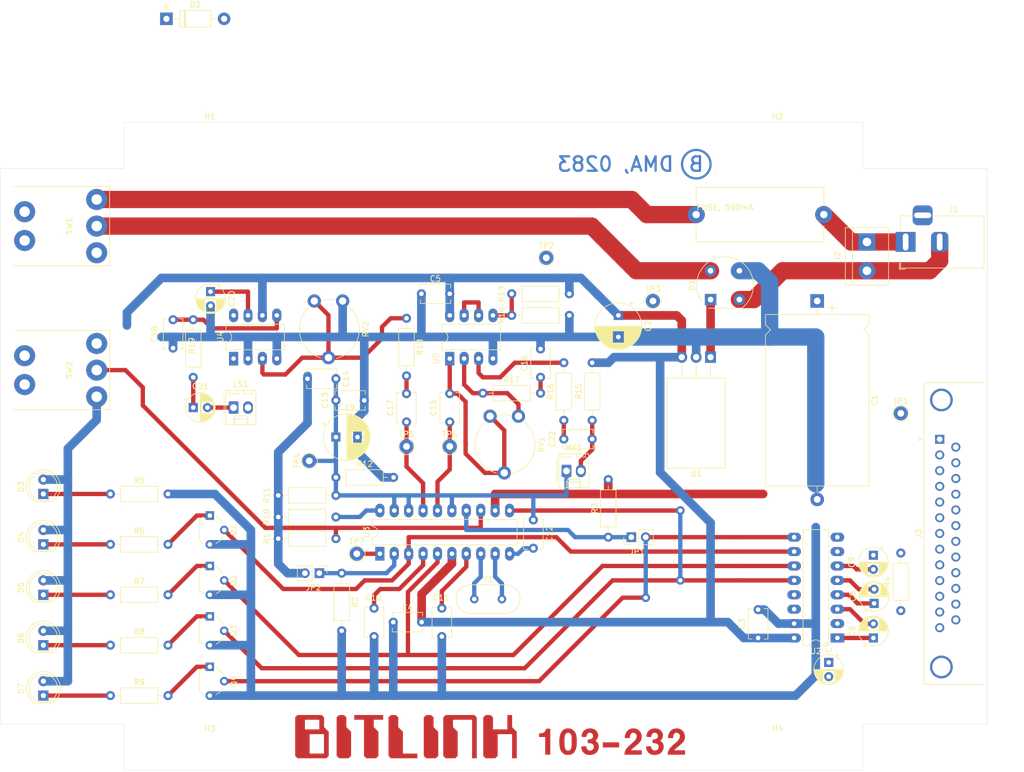
<source format=kicad_pcb>
(kicad_pcb (version 20171130) (host pcbnew "(5.1.0)-1")
  (layers (0 F.Cu signal) (31 B.Cu signal) (34 B.Paste user) (35 F.Paste user) (36 B.SilkS user) (37 F.SilkS user) (38 B.Mask user) (39 F.Mask user) (44 Edge.Cuts user))
  (net 0 "")
  (net 1 "Net-(C1-Pad1)")
  (net 2 GND)
  (net 3 +5V)
  (net 4 "Net-(C6-Pad2)")
  (net 5 "Net-(C6-Pad1)")
  (net 6 "Net-(C7-Pad1)")
  (net 7 "Net-(C8-Pad1)")
  (net 8 "Net-(C8-Pad2)")
  (net 9 "Net-(C9-Pad2)")
  (net 10 "Net-(C10-Pad2)")
  (net 11 "Net-(C11-Pad2)")
  (net 12 GNDA)
  (net 13 "Net-(C12-Pad2)")
  (net 14 "Net-(C15-Pad2)")
  (net 15 "Net-(C15-Pad1)")
  (net 16 "Net-(C16-Pad1)")
  (net 17 "Net-(C17-Pad2)")
  (net 18 "Net-(C17-Pad1)")
  (net 19 "Net-(C18-Pad1)")
  (net 20 "Net-(C20-Pad1)")
  (net 21 "Net-(C21-Pad1)")
  (net 22 "Net-(C21-Pad2)")
  (net 23 "Net-(C22-Pad1)")
  (net 24 "Net-(C22-Pad2)")
  (net 25 "Net-(D1-Pad2)")
  (net 26 "Net-(D3-Pad1)")
  (net 27 "Net-(D4-Pad1)")
  (net 28 "Net-(D5-Pad1)")
  (net 29 "Net-(D6-Pad1)")
  (net 30 "Net-(D7-Pad1)")
  (net 31 "Net-(J1-Pad3)")
  (net 32 "Net-(J3-Pad1)")
  (net 33 "Net-(J3-Pad2)")
  (net 34 "Net-(J3-Pad3)")
  (net 35 "Net-(J3-Pad4)")
  (net 36 "Net-(J3-Pad6)")
  (net 37 "Net-(J3-Pad9)")
  (net 38 SQT)
  (net 39 ALB)
  (net 40 ~CD)
  (net 41 "Net-(Q1-Pad1)")
  (net 42 "Net-(Q2-Pad1)")
  (net 43 "Net-(Q3-Pad1)")
  (net 44 "Net-(Q4-Pad1)")
  (net 45 MODE)
  (net 46 "Net-(R10-Pad2)")
  (net 47 "Net-(U3-Pad8)")
  (net 48 "Net-(U3-Pad9)")
  (net 49 "Net-(U4-Pad8)")
  (net 50 "Net-(U4-Pad1)")
  (net 51 "Net-(U5-Pad6)")
  (net 52 "Net-(J3-Pad8)")
  (net 53 "Net-(J3-Pad10)")
  (net 54 "Net-(J3-Pad11)")
  (net 55 "Net-(J3-Pad12)")
  (net 56 "Net-(J3-Pad13)")
  (net 57 "Net-(J3-Pad14)")
  (net 58 "Net-(J3-Pad15)")
  (net 59 "Net-(J3-Pad16)")
  (net 60 "Net-(J3-Pad17)")
  (net 61 "Net-(J3-Pad18)")
  (net 62 "Net-(J3-Pad19)")
  (net 63 "Net-(J3-Pad20)")
  (net 64 "Net-(J3-Pad21)")
  (net 65 "Net-(J3-Pad22)")
  (net 66 "Net-(J3-Pad23)")
  (net 67 "Net-(J3-Pad24)")
  (net 68 "Net-(J3-Pad25)")
  (net 69 "Net-(SW1-Pad1)")
  (net 70 DTR)
  (net 71 RD)
  (net 72 SD)
  (net 73 "Net-(F1-Pad1)")
  (net 74 "Net-(F1-Pad2)")
  (net 75 "Net-(R18-Pad1)")
  (net 76 "Net-(R13-Pad2)")
  (net 77 "Net-(R16-Pad2)")
  (net 78 "Net-(R17-Pad1)")
  (net 79 "Net-(TP7-Pad1)")
  (net 80 "Net-(D1-Pad4)")
  (net 81 "Net-(D2-Pad1)")
  (net 82 "Net-(D2-Pad2)")
  (module "BITLINK LOGO:BITLINK103-232_LOGO-copper" (layer F.Cu) (at 149.86 147.828)
    (fp_text reference G*** hide)
    (fp_text value LOGO hide)
    (fp_poly (pts (xy 22.733 0.508) (xy 19.8755 0.508) (xy 19.8755 -0.381) (xy 22.733 -0.381) (xy 22.733 0.508)) (layer F.Cu) (width 0.01))
    (fp_poly (pts (xy 33.260882 -2.813663) (xy 33.628804 -2.667342) (xy 33.936136 -2.429187) (xy 34.167542 -2.109251) (xy 34.307688 -1.717584) (xy 34.336551 -1.524433) (xy 34.341339 -1.196721) (xy 34.284956 -0.90276) (xy 34.156642 -0.624668) (xy 33.945638 -0.344564) (xy 33.641183 -0.044567) (xy 33.251921 0.278022) (xy 33.015371 0.467881) (xy 32.801033 0.647747) (xy 32.639242 0.791787) (xy 32.580306 0.849949) (xy 32.426362 1.016) (xy 34.3535 1.016) (xy 34.3535 1.778) (xy 31.288237 1.778) (xy 31.328329 1.4855) (xy 31.392767 1.197979) (xy 31.512178 0.926906) (xy 31.699892 0.653467) (xy 31.969241 0.358849) (xy 32.333557 0.024238) (xy 32.410825 -0.042184) (xy 32.76111 -0.347605) (xy 33.022537 -0.594687) (xy 33.208339 -0.800631) (xy 33.331748 -0.982639) (xy 33.405997 -1.157913) (xy 33.444319 -1.343656) (xy 33.449742 -1.392753) (xy 33.460019 -1.593214) (xy 33.430041 -1.725226) (xy 33.341687 -1.845396) (xy 33.286683 -1.902086) (xy 33.054288 -2.057685) (xy 32.798515 -2.09658) (xy 32.565949 -2.026889) (xy 32.437782 -1.900615) (xy 32.331258 -1.69451) (xy 32.267384 -1.45574) (xy 32.258 -1.33554) (xy 32.258 -1.143) (xy 31.369 -1.143) (xy 31.369 -1.321975) (xy 31.42363 -1.711416) (xy 31.575136 -2.079896) (xy 31.804939 -2.401069) (xy 32.094462 -2.64859) (xy 32.404615 -2.790603) (xy 32.847707 -2.8581) (xy 33.260882 -2.813663)) (layer F.Cu) (width 0.01))
    (fp_poly (pts (xy 25.640882 -2.813663) (xy 26.008804 -2.667342) (xy 26.316136 -2.429187) (xy 26.547542 -2.109251) (xy 26.687688 -1.717584) (xy 26.716551 -1.524433) (xy 26.721339 -1.196721) (xy 26.664956 -0.90276) (xy 26.536642 -0.624668) (xy 26.325638 -0.344564) (xy 26.021183 -0.044567) (xy 25.631921 0.278022) (xy 25.395371 0.467881) (xy 25.181033 0.647747) (xy 25.019242 0.791787) (xy 24.960306 0.849949) (xy 24.806362 1.016) (xy 26.7335 1.016) (xy 26.7335 1.778) (xy 23.668237 1.778) (xy 23.708329 1.4855) (xy 23.772767 1.197979) (xy 23.892178 0.926906) (xy 24.079892 0.653467) (xy 24.349241 0.358849) (xy 24.713557 0.024238) (xy 24.790825 -0.042184) (xy 25.14111 -0.347605) (xy 25.402537 -0.594687) (xy 25.588339 -0.800631) (xy 25.711748 -0.982639) (xy 25.785997 -1.157913) (xy 25.824319 -1.343656) (xy 25.829742 -1.392753) (xy 25.840019 -1.593214) (xy 25.810041 -1.725226) (xy 25.721687 -1.845396) (xy 25.666683 -1.902086) (xy 25.434288 -2.057685) (xy 25.178515 -2.09658) (xy 24.945949 -2.026889) (xy 24.817782 -1.900615) (xy 24.711258 -1.69451) (xy 24.647384 -1.45574) (xy 24.638 -1.33554) (xy 24.638 -1.143) (xy 23.749 -1.143) (xy 23.749 -1.321975) (xy 23.80363 -1.711416) (xy 23.955136 -2.079896) (xy 24.184939 -2.401069) (xy 24.474462 -2.64859) (xy 24.784615 -2.790603) (xy 25.227707 -2.8581) (xy 25.640882 -2.813663)) (layer F.Cu) (width 0.01))
    (fp_poly (pts (xy 10.6045 1.778) (xy 9.7155 1.778) (xy 9.7155 -1.3335) (xy 8.636 -1.3335) (xy 8.636 -1.950733) (xy 8.990168 -1.987286) (xy 9.312727 -2.048758) (xy 9.543307 -2.167876) (xy 9.710958 -2.363808) (xy 9.787911 -2.513606) (xy 9.911942 -2.794) (xy 10.6045 -2.794) (xy 10.6045 1.778)) (layer F.Cu) (width 0.01))
    (fp_poly (pts (xy 29.55925 -2.787411) (xy 29.896918 -2.639254) (xy 30.163629 -2.412282) (xy 30.352874 -2.128736) (xy 30.458144 -1.810855) (xy 30.472931 -1.480883) (xy 30.390727 -1.161059) (xy 30.205021 -0.873624) (xy 30.138847 -0.806817) (xy 29.981755 -0.661228) (xy 30.168623 -0.536989) (xy 30.399713 -0.312149) (xy 30.544148 -0.018929) (xy 30.601345 0.317665) (xy 30.570721 0.672626) (xy 30.451692 1.02095) (xy 30.243674 1.33763) (xy 30.213166 1.371818) (xy 29.902772 1.617968) (xy 29.518568 1.775349) (xy 29.081899 1.839304) (xy 28.614106 1.805178) (xy 28.421674 1.762657) (xy 28.151727 1.635841) (xy 27.896249 1.420072) (xy 27.690109 1.151748) (xy 27.569637 0.873189) (xy 27.507858 0.610709) (xy 27.493913 0.44746) (xy 27.543206 0.359885) (xy 27.671137 0.324426) (xy 27.893106 0.317527) (xy 27.932933 0.3175) (xy 28.370366 0.3175) (xy 28.41121 0.535218) (xy 28.511286 0.80895) (xy 28.691376 0.984529) (xy 28.907326 1.057819) (xy 29.211635 1.052427) (xy 29.458665 0.940994) (xy 29.631598 0.737861) (xy 29.713616 0.457368) (xy 29.718 0.366532) (xy 29.663266 0.109518) (xy 29.503204 -0.082351) (xy 29.244017 -0.204668) (xy 28.891912 -0.253025) (xy 28.844875 -0.253646) (xy 28.722738 -0.259665) (xy 28.661837 -0.299056) (xy 28.64086 -0.404645) (xy 28.6385 -0.5715) (xy 28.642608 -0.759442) (xy 28.66818 -0.85316) (xy 28.735087 -0.885421) (xy 28.831039 -0.889) (xy 29.068236 -0.922736) (xy 29.297042 -1.009935) (xy 29.470291 -1.129588) (xy 29.522388 -1.19695) (xy 29.588069 -1.429728) (xy 29.56428 -1.673282) (xy 29.462489 -1.885807) (xy 29.295259 -2.024998) (xy 29.012428 -2.098813) (xy 28.76682 -2.055014) (xy 28.573605 -1.900865) (xy 28.447951 -1.64363) (xy 28.44047 -1.615656) (xy 28.369423 -1.3335) (xy 27.964211 -1.3335) (xy 27.743221 -1.338887) (xy 27.612854 -1.370696) (xy 27.559126 -1.452399) (xy 27.568051 -1.607469) (xy 27.625645 -1.859378) (xy 27.633137 -1.88919) (xy 27.779654 -2.227263) (xy 28.021746 -2.501672) (xy 28.340421 -2.703559) (xy 28.716691 -2.82407) (xy 29.131565 -2.854349) (xy 29.55925 -2.787411)) (layer F.Cu) (width 0.01))
    (fp_poly (pts (xy 18.12925 -2.787411) (xy 18.466918 -2.639254) (xy 18.733629 -2.412282) (xy 18.922874 -2.128736) (xy 19.028144 -1.810855) (xy 19.042931 -1.480883) (xy 18.960727 -1.161059) (xy 18.775021 -0.873624) (xy 18.708847 -0.806817) (xy 18.551755 -0.661228) (xy 18.738623 -0.536989) (xy 18.969713 -0.312149) (xy 19.114148 -0.018929) (xy 19.171345 0.317665) (xy 19.140721 0.672626) (xy 19.021692 1.02095) (xy 18.813674 1.33763) (xy 18.783166 1.371818) (xy 18.472772 1.617968) (xy 18.088568 1.775349) (xy 17.651899 1.839304) (xy 17.184106 1.805178) (xy 16.991674 1.762657) (xy 16.721727 1.635841) (xy 16.466249 1.420072) (xy 16.260109 1.151748) (xy 16.139637 0.873189) (xy 16.077858 0.610709) (xy 16.063913 0.44746) (xy 16.113206 0.359885) (xy 16.241137 0.324426) (xy 16.463106 0.317527) (xy 16.502933 0.3175) (xy 16.940366 0.3175) (xy 16.98121 0.535218) (xy 17.081286 0.80895) (xy 17.261376 0.984529) (xy 17.477326 1.057819) (xy 17.781635 1.052427) (xy 18.028665 0.940994) (xy 18.201598 0.737861) (xy 18.283616 0.457368) (xy 18.288 0.366532) (xy 18.233266 0.109518) (xy 18.073204 -0.082351) (xy 17.814017 -0.204668) (xy 17.461912 -0.253025) (xy 17.414875 -0.253646) (xy 17.292738 -0.259665) (xy 17.231837 -0.299056) (xy 17.21086 -0.404645) (xy 17.2085 -0.5715) (xy 17.212608 -0.759442) (xy 17.23818 -0.85316) (xy 17.305087 -0.885421) (xy 17.401039 -0.889) (xy 17.638236 -0.922736) (xy 17.867042 -1.009935) (xy 18.040291 -1.129588) (xy 18.092388 -1.19695) (xy 18.158069 -1.429728) (xy 18.13428 -1.673282) (xy 18.032489 -1.885807) (xy 17.865259 -2.024998) (xy 17.582428 -2.098813) (xy 17.33682 -2.055014) (xy 17.143605 -1.900865) (xy 17.017951 -1.64363) (xy 17.01047 -1.615656) (xy 16.939423 -1.3335) (xy 16.534211 -1.3335) (xy 16.313221 -1.338887) (xy 16.182854 -1.370696) (xy 16.129126 -1.452399) (xy 16.138051 -1.607469) (xy 16.195645 -1.859378) (xy 16.203137 -1.88919) (xy 16.349654 -2.227263) (xy 16.591746 -2.501672) (xy 16.910421 -2.703559) (xy 17.286691 -2.82407) (xy 17.701565 -2.854349) (xy 18.12925 -2.787411)) (layer F.Cu) (width 0.01))
    (fp_poly (pts (xy 14.176671 -2.799564) (xy 14.551458 -2.632783) (xy 14.856289 -2.363865) (xy 15.081742 -1.999871) (xy 15.158543 -1.794932) (xy 15.221725 -1.498551) (xy 15.261363 -1.118703) (xy 15.277884 -0.6906) (xy 15.271715 -0.249452) (xy 15.243284 0.169527) (xy 15.193017 0.531128) (xy 15.127248 0.784514) (xy 14.942674 1.188339) (xy 14.722389 1.480836) (xy 14.456358 1.675051) (xy 14.433959 1.686175) (xy 14.144388 1.778227) (xy 13.795973 1.820378) (xy 13.447387 1.809639) (xy 13.17625 1.750213) (xy 12.899182 1.590612) (xy 12.644879 1.33639) (xy 12.441599 1.019808) (xy 12.356052 0.813874) (xy 12.301893 0.592047) (xy 12.254003 0.289325) (xy 12.219076 -0.048188) (xy 12.209571 -0.195209) (xy 12.209129 -0.53975) (xy 13.113034 -0.53975) (xy 13.122242 -0.028482) (xy 13.153389 0.369123) (xy 13.211245 0.665235) (xy 13.300582 0.872026) (xy 13.426169 1.001666) (xy 13.592778 1.066326) (xy 13.74775 1.0795) (xy 13.936865 1.047865) (xy 14.078011 0.984053) (xy 14.185947 0.881325) (xy 14.266624 0.733801) (xy 14.32332 0.524724) (xy 14.359315 0.237338) (xy 14.377888 -0.145112) (xy 14.382424 -0.5715) (xy 14.380012 -0.966078) (xy 14.371674 -1.256043) (xy 14.355312 -1.463725) (xy 14.328826 -1.611453) (xy 14.290115 -1.721558) (xy 14.270642 -1.760243) (xy 14.095213 -1.975337) (xy 13.879706 -2.083015) (xy 13.650237 -2.084244) (xy 13.432925 -1.979991) (xy 13.253887 -1.771226) (xy 13.227219 -1.721577) (xy 13.181131 -1.607755) (xy 13.148963 -1.467247) (xy 13.128438 -1.276489) (xy 13.11728 -1.011915) (xy 13.113211 -0.64996) (xy 13.113034 -0.53975) (xy 12.209129 -0.53975) (xy 12.208698 -0.874479) (xy 12.279908 -1.457653) (xy 12.42195 -1.942558) (xy 12.633571 -2.327018) (xy 12.913522 -2.60886) (xy 13.26055 -2.78591) (xy 13.673406 -2.855994) (xy 13.74135 -2.857146) (xy 14.176671 -2.799564)) (layer F.Cu) (width 0.01))
    (fp_poly (pts (xy 3.8735 -3.076082) (xy 4.28625 -2.667) (xy 4.699 -2.257919) (xy 4.699 2.413) (xy 3.8735 2.413) (xy 3.8735 -1.8415) (xy 1.3335 -1.8415) (xy 1.3335 2.007086) (xy 1.124101 2.210043) (xy 0.914703 2.413) (xy -0.800587 2.413) (xy -1.003544 2.203601) (xy -1.2065 1.994203) (xy -1.2065 -4.801087) (xy -0.997102 -5.004044) (xy -0.875783 -5.111863) (xy -0.763336 -5.172783) (xy -0.617059 -5.20005) (xy -0.394248 -5.206911) (xy -0.342809 -5.207) (xy -0.103422 -5.202796) (xy 0.050904 -5.181159) (xy 0.162047 -5.128554) (xy 0.271887 -5.031444) (xy 0.305043 -4.997602) (xy 0.508 -4.788204) (xy 0.508 -2.667) (xy 3.048 -2.667) (xy 3.048 -5.207) (xy 3.8735 -5.207) (xy 3.8735 -3.076082)) (layer F.Cu) (width 0.01))
    (fp_poly (pts (xy -2.552457 -4.997602) (xy -2.349501 -4.788204) (xy -2.3495 -1.187602) (xy -2.3495 2.413) (xy -3.175 2.413) (xy -3.175 -4.3815) (xy -6.5405 -4.3815) (xy -6.5405 -3.076082) (xy -6.12775 -2.667) (xy -5.715 -2.257919) (xy -5.715 2.007086) (xy -5.924399 2.210043) (xy -6.133797 2.413) (xy -7.849087 2.413) (xy -8.052044 2.203601) (xy -8.255 1.994203) (xy -8.255 -4.801087) (xy -8.045602 -5.004044) (xy -7.836204 -5.207) (xy -5.295809 -5.207) (xy -2.755414 -5.207001) (xy -2.552457 -4.997602)) (layer F.Cu) (width 0.01))
    (fp_poly (pts (xy -10.580922 -5.202796) (xy -10.426596 -5.181159) (xy -10.315453 -5.128554) (xy -10.205613 -5.031444) (xy -10.172457 -4.997602) (xy -9.9695 -4.788204) (xy -9.9695 -3.076082) (xy -9.55675 -2.667) (xy -9.144 -2.257919) (xy -9.144 2.007086) (xy -9.353399 2.210043) (xy -9.562797 2.413) (xy -11.278087 2.413) (xy -11.481044 2.203601) (xy -11.684 1.994203) (xy -11.684 -4.801087) (xy -11.474602 -5.004044) (xy -11.353283 -5.111863) (xy -11.240836 -5.172783) (xy -11.094559 -5.20005) (xy -10.871748 -5.206911) (xy -10.820309 -5.207) (xy -10.580922 -5.202796)) (layer F.Cu) (width 0.01))
    (fp_poly (pts (xy -16.803922 -5.202796) (xy -16.649596 -5.181159) (xy -16.538453 -5.128554) (xy -16.428613 -5.031444) (xy -16.395457 -4.997602) (xy -16.1925 -4.788204) (xy -16.1925 -3.076082) (xy -15.77975 -2.667) (xy -15.367 -2.257919) (xy -15.367 1.5875) (xy -12.827 1.5875) (xy -12.827 2.413) (xy -17.501087 2.413) (xy -17.704044 2.203601) (xy -17.907 1.994203) (xy -17.907 -4.801087) (xy -17.697602 -5.004044) (xy -17.576283 -5.111863) (xy -17.463836 -5.172783) (xy -17.317559 -5.20005) (xy -17.094748 -5.206911) (xy -17.043309 -5.207) (xy -16.803922 -5.202796)) (layer F.Cu) (width 0.01))
    (fp_poly (pts (xy -18.8595 -4.3815) (xy -20.5105 -4.3815) (xy -20.5105 -3.076082) (xy -20.09775 -2.667) (xy -19.685 -2.257919) (xy -19.685 2.007086) (xy -19.894399 2.210043) (xy -20.103797 2.413) (xy -21.819087 2.413) (xy -22.022044 2.203601) (xy -22.225 1.994203) (xy -22.225 -4.3815) (xy -23.9395 -4.3815) (xy -23.9395 -5.207) (xy -18.8595 -5.207) (xy -18.8595 -4.3815)) (layer F.Cu) (width 0.01))
    (fp_poly (pts (xy -25.947922 -5.202796) (xy -25.793596 -5.181159) (xy -25.682453 -5.128554) (xy -25.572613 -5.031444) (xy -25.539457 -4.997602) (xy -25.3365 -4.788204) (xy -25.3365 -3.076082) (xy -24.92375 -2.667) (xy -24.511 -2.257919) (xy -24.511 2.007086) (xy -24.720399 2.210043) (xy -24.929797 2.413) (xy -26.645087 2.413) (xy -26.848044 2.203601) (xy -27.051 1.994203) (xy -27.051 -1.403442) (xy -27.051001 -4.801087) (xy -26.841602 -5.004044) (xy -26.720283 -5.111863) (xy -26.607836 -5.172783) (xy -26.461559 -5.20005) (xy -26.238748 -5.206911) (xy -26.187309 -5.207) (xy -25.947922 -5.202796)) (layer F.Cu) (width 0.01))
    (fp_poly (pts (xy -29.476457 -4.997602) (xy -29.273501 -4.788204) (xy -29.2735 -3.932143) (xy -29.2735 -3.076082) (xy -28.86075 -2.667) (xy -28.448 -2.257919) (xy -28.448 2.007086) (xy -28.657399 2.210043) (xy -28.866797 2.413) (xy -33.947587 2.413) (xy -34.150544 2.203601) (xy -34.3535 1.994203) (xy -34.353501 -1.403442) (xy -34.353501 -1.8415) (xy -31.8135 -1.8415) (xy -31.8135 1.5875) (xy -29.2735 1.5875) (xy -29.2735 -1.8415) (xy -31.8135 -1.8415) (xy -34.353501 -1.8415) (xy -34.353501 -4.3815) (xy -32.639 -4.3815) (xy -32.639 -2.667) (xy -30.099 -2.667) (xy -30.099 -4.3815) (xy -32.639 -4.3815) (xy -34.353501 -4.3815) (xy -34.353501 -4.801087) (xy -34.144102 -5.004044) (xy -33.934704 -5.207) (xy -29.679414 -5.207) (xy -29.476457 -4.997602)) (layer F.Cu) (width 0.01))
  )
  (module Connector_Dsub:DSUB-25_Female_Horizontal_P2.77x2.84mm_EdgePinOffset4.94mm_Housed_MountingHolesOffset7.48mm (layer F.Cu) (at 229.108 93.98 90)
    (fp_text reference J3 (at -16.62 -3.7 90) (layer F.SilkS))
    (fp_text value DB25_Female)
    (pad 0 thru_hole circle (at 6.93 0.3 90) (size 4 4) (drill 3.2) (layers *.Cu *.Mask))
    (pad 0 thru_hole circle (at -40.17 0.3 90) (size 4 4) (drill 3.2) (layers *.Cu *.Mask))
    (pad 25 thru_hole circle (at -31.855 2.84 90) (size 1.6 1.6) (drill 1) (layers *.Cu *.Mask) (net 68 "Net-(J3-Pad25)"))
    (pad 24 thru_hole circle (at -29.085 2.84 90) (size 1.6 1.6) (drill 1) (layers *.Cu *.Mask) (net 67 "Net-(J3-Pad24)"))
    (pad 23 thru_hole circle (at -26.315 2.84 90) (size 1.6 1.6) (drill 1) (layers *.Cu *.Mask) (net 66 "Net-(J3-Pad23)"))
    (pad 22 thru_hole circle (at -23.545 2.84 90) (size 1.6 1.6) (drill 1) (layers *.Cu *.Mask) (net 65 "Net-(J3-Pad22)"))
    (pad 21 thru_hole circle (at -20.775 2.84 90) (size 1.6 1.6) (drill 1) (layers *.Cu *.Mask) (net 64 "Net-(J3-Pad21)"))
    (pad 20 thru_hole circle (at -18.005 2.84 90) (size 1.6 1.6) (drill 1) (layers *.Cu *.Mask) (net 63 "Net-(J3-Pad20)"))
    (pad 19 thru_hole circle (at -15.235 2.84 90) (size 1.6 1.6) (drill 1) (layers *.Cu *.Mask) (net 62 "Net-(J3-Pad19)"))
    (pad 18 thru_hole circle (at -12.465 2.84 90) (size 1.6 1.6) (drill 1) (layers *.Cu *.Mask) (net 61 "Net-(J3-Pad18)"))
    (pad 17 thru_hole circle (at -9.695 2.84 90) (size 1.6 1.6) (drill 1) (layers *.Cu *.Mask) (net 60 "Net-(J3-Pad17)"))
    (pad 16 thru_hole circle (at -6.925 2.84 90) (size 1.6 1.6) (drill 1) (layers *.Cu *.Mask) (net 59 "Net-(J3-Pad16)"))
    (pad 15 thru_hole circle (at -4.155 2.84 90) (size 1.6 1.6) (drill 1) (layers *.Cu *.Mask) (net 58 "Net-(J3-Pad15)"))
    (pad 14 thru_hole circle (at -1.385 2.84 90) (size 1.6 1.6) (drill 1) (layers *.Cu *.Mask) (net 57 "Net-(J3-Pad14)"))
    (pad 13 thru_hole circle (at -33.24 0 90) (size 1.6 1.6) (drill 1) (layers *.Cu *.Mask) (net 56 "Net-(J3-Pad13)"))
    (pad 12 thru_hole circle (at -30.47 0 90) (size 1.6 1.6) (drill 1) (layers *.Cu *.Mask) (net 55 "Net-(J3-Pad12)"))
    (pad 11 thru_hole circle (at -27.7 0 90) (size 1.6 1.6) (drill 1) (layers *.Cu *.Mask) (net 54 "Net-(J3-Pad11)"))
    (pad 10 thru_hole circle (at -24.93 0 90) (size 1.6 1.6) (drill 1) (layers *.Cu *.Mask) (net 53 "Net-(J3-Pad10)"))
    (pad 9 thru_hole circle (at -22.16 0 90) (size 1.6 1.6) (drill 1) (layers *.Cu *.Mask) (net 37 "Net-(J3-Pad9)"))
    (pad 8 thru_hole circle (at -19.39 0 90) (size 1.6 1.6) (drill 1) (layers *.Cu *.Mask) (net 52 "Net-(J3-Pad8)"))
    (pad 7 thru_hole circle (at -16.62 0 90) (size 1.6 1.6) (drill 1) (layers *.Cu *.Mask) (net 2 GND))
    (pad 6 thru_hole circle (at -13.85 0 90) (size 1.6 1.6) (drill 1) (layers *.Cu *.Mask) (net 36 "Net-(J3-Pad6)"))
    (pad 5 thru_hole circle (at -11.08 0 90) (size 1.6 1.6) (drill 1) (layers *.Cu *.Mask) (net 35 "Net-(J3-Pad4)"))
    (pad 4 thru_hole circle (at -8.31 0 90) (size 1.6 1.6) (drill 1) (layers *.Cu *.Mask) (net 35 "Net-(J3-Pad4)"))
    (pad 3 thru_hole circle (at -5.54 0 90) (size 1.6 1.6) (drill 1) (layers *.Cu *.Mask) (net 34 "Net-(J3-Pad3)"))
    (pad 2 thru_hole circle (at -2.77 0 90) (size 1.6 1.6) (drill 1) (layers *.Cu *.Mask) (net 33 "Net-(J3-Pad2)"))
    (pad 1 thru_hole rect (at 0 0 90) (size 1.6 1.6) (drill 1) (layers *.Cu *.Mask) (net 32 "Net-(J3-Pad1)"))
  )
  (module TestPoint:TestPoint_THTPad_D2.5mm_Drill1.2mm (layer F.Cu) (at 159.766 61.976)
    (fp_text reference TP2 (at 0 -2.148) (layer F.SilkS))
    (fp_text value GND)
    (pad 1 thru_hole circle (at 0 0) (size 2.5 2.5) (drill 1.2) (layers *.Cu *.Mask) (net 2 GND))
  )
  (module Connector_BarrelJack:BarrelJack_Horizontal (layer F.Cu) (at 223.108 59.182 180)
    (fp_text reference J1 (at -8.45 5.75 180) (layer F.SilkS))
    (fp_text value Barrel_Jack_Switch)
    (pad 3 thru_hole roundrect (at -3 4.7 180) (size 3.5 3.5) (drill oval 3 1) (layers *.Cu *.Mask) (net 31 "Net-(J1-Pad3)"))
    (pad 2 thru_hole roundrect (at -6 0 180) (size 3 3.5) (drill oval 1 3) (layers *.Cu *.Mask) (net 25 "Net-(D1-Pad2)"))
    (pad 1 thru_hole rect (at 0 0 180) (size 3.5 3.5) (drill oval 1 3) (layers *.Cu *.Mask) (net 74 "Net-(F1-Pad2)"))
  )
  (module Capacitor_THT:CP_Axial_L30.0mm_D18.0mm_P35.00mm_Horizontal (layer F.Cu) (at 207.518 69.596 270)
    (fp_text reference C1 (at 17.5 -10.12 270) (layer F.SilkS))
    (fp_text value 2200uF)
    (pad 1 thru_hole rect (at 0 0 270) (size 2.4 2.4) (drill 1.2) (layers *.Cu *.Mask) (net 1 "Net-(C1-Pad1)"))
    (pad 2 thru_hole oval (at 35 0 270) (size 2.4 2.4) (drill 1.2) (layers *.Cu *.Mask) (net 2 GND))
  )
  (module Capacitor_THT:CP_Radial_D8.0mm_P3.80mm (layer F.Cu) (at 172.466 72.136 270)
    (fp_text reference C2 (at 1.9 -5.25 270) (layer F.SilkS))
    (fp_text value 100uF)
    (pad 1 thru_hole rect (at 0 0 270) (size 1.6 1.6) (drill 0.8) (layers *.Cu *.Mask) (net 3 +5V))
    (pad 2 thru_hole circle (at 3.8 0 270) (size 1.6 1.6) (drill 0.8) (layers *.Cu *.Mask) (net 2 GND))
  )
  (module Capacitor_THT:C_Disc_D5.1mm_W3.2mm_P5.00mm (layer F.Cu) (at 197.104 129.032 90)
    (fp_text reference C3 (at 2.5 -2.85 90) (layer F.SilkS))
    (fp_text value 0.1uF)
    (pad 2 thru_hole circle (at 5 0 90) (size 1.6 1.6) (drill 0.8) (layers *.Cu *.Mask) (net 2 GND))
    (pad 1 thru_hole circle (at 0 0 90) (size 1.6 1.6) (drill 0.8) (layers *.Cu *.Mask) (net 3 +5V))
  )
  (module Capacitor_THT:C_Disc_D5.1mm_W3.2mm_P5.00mm (layer F.Cu) (at 137.795 126.238 180)
    (fp_text reference C4 (at 2.5 2.54 180) (layer F.SilkS))
    (fp_text value 0.1uF)
    (pad 1 thru_hole circle (at 0 0 180) (size 1.6 1.6) (drill 0.8) (layers *.Cu *.Mask) (net 3 +5V))
    (pad 2 thru_hole circle (at 5 0 180) (size 1.6 1.6) (drill 0.8) (layers *.Cu *.Mask) (net 2 GND))
  )
  (module Capacitor_THT:C_Disc_D5.1mm_W3.2mm_P5.00mm (layer F.Cu) (at 142.748 68.326 180)
    (fp_text reference C5 (at 2.54 2.667 180) (layer F.SilkS))
    (fp_text value 0.1uF)
    (pad 1 thru_hole circle (at 0 0 180) (size 1.6 1.6) (drill 0.8) (layers *.Cu *.Mask) (net 3 +5V))
    (pad 2 thru_hole circle (at 5 0 180) (size 1.6 1.6) (drill 0.8) (layers *.Cu *.Mask) (net 2 GND))
  )
  (module Capacitor_THT:CP_Radial_D5.0mm_P2.50mm (layer F.Cu) (at 217.424 129.032 90)
    (fp_text reference C6 (at 1.25 -3.75 90) (layer F.SilkS))
    (fp_text value 10uF)
    (pad 2 thru_hole circle (at 2.5 0 90) (size 1.6 1.6) (drill 0.8) (layers *.Cu *.Mask) (net 4 "Net-(C6-Pad2)"))
    (pad 1 thru_hole rect (at 0 0 90) (size 1.6 1.6) (drill 0.8) (layers *.Cu *.Mask) (net 5 "Net-(C6-Pad1)"))
  )
  (module Capacitor_THT:CP_Radial_D5.0mm_P2.50mm (layer F.Cu) (at 209.55 133.35 270)
    (fp_text reference C7 (at -2.667 0 270) (layer F.SilkS))
    (fp_text value 10uF)
    (pad 2 thru_hole circle (at 2.5 0 270) (size 1.6 1.6) (drill 0.8) (layers *.Cu *.Mask) (net 3 +5V))
    (pad 1 thru_hole rect (at 0 0 270) (size 1.6 1.6) (drill 0.8) (layers *.Cu *.Mask) (net 6 "Net-(C7-Pad1)"))
  )
  (module Capacitor_THT:CP_Radial_D5.0mm_P2.50mm (layer F.Cu) (at 217.551 122.936 90)
    (fp_text reference C8 (at 1.25 -3.75 90) (layer F.SilkS))
    (fp_text value 10uF)
    (pad 1 thru_hole rect (at 0 0 90) (size 1.6 1.6) (drill 0.8) (layers *.Cu *.Mask) (net 7 "Net-(C8-Pad1)"))
    (pad 2 thru_hole circle (at 2.5 0 90) (size 1.6 1.6) (drill 0.8) (layers *.Cu *.Mask) (net 8 "Net-(C8-Pad2)"))
  )
  (module Capacitor_THT:CP_Radial_D5.0mm_P2.50mm (layer F.Cu) (at 217.424 114.427 270)
    (fp_text reference C9 (at 1.25 3.81 270) (layer F.SilkS))
    (fp_text value 10uF)
    (pad 1 thru_hole rect (at 0 0 270) (size 1.6 1.6) (drill 0.8) (layers *.Cu *.Mask) (net 2 GND))
    (pad 2 thru_hole circle (at 2.5 0 270) (size 1.6 1.6) (drill 0.8) (layers *.Cu *.Mask) (net 9 "Net-(C9-Pad2)"))
  )
  (module Capacitor_THT:C_Disc_D5.1mm_W3.2mm_P5.00mm (layer F.Cu) (at 129.413 128.778 90)
    (fp_text reference C10 (at 6.858 -0.127) (layer F.SilkS))
    (fp_text value 0.22uF)
    (pad 1 thru_hole circle (at 0 0 90) (size 1.6 1.6) (drill 0.8) (layers *.Cu *.Mask) (net 2 GND))
    (pad 2 thru_hole circle (at 5 0 90) (size 1.6 1.6) (drill 0.8) (layers *.Cu *.Mask) (net 10 "Net-(C10-Pad2)"))
  )
  (module Capacitor_THT:C_Disc_D5.1mm_W3.2mm_P5.00mm (layer F.Cu) (at 141.351 128.778 90)
    (fp_text reference C11 (at 6.858 -0.127 unlocked) (layer F.SilkS))
    (fp_text value 0.1uF)
    (pad 1 thru_hole circle (at 0 0 90) (size 1.6 1.6) (drill 0.8) (layers *.Cu *.Mask) (net 2 GND))
    (pad 2 thru_hole circle (at 5 0 90) (size 1.6 1.6) (drill 0.8) (layers *.Cu *.Mask) (net 11 "Net-(C11-Pad2)"))
  )
  (module Capacitor_THT:C_Disc_D5.1mm_W3.2mm_P5.00mm (layer F.Cu) (at 157.48 108.204 270)
    (fp_text reference C12 (at 2.5 -2.85 270) (layer F.SilkS))
    (fp_text value 0.1uF)
    (pad 1 thru_hole circle (at 0 0 270) (size 1.6 1.6) (drill 0.8) (layers *.Cu *.Mask) (net 12 GNDA))
    (pad 2 thru_hole circle (at 5 0 270) (size 1.6 1.6) (drill 0.8) (layers *.Cu *.Mask) (net 13 "Net-(C12-Pad2)"))
  )
  (module Capacitor_THT:C_Disc_D5.1mm_W3.2mm_P5.00mm (layer F.Cu) (at 122.682 87.122)
    (fp_text reference C13 (at -1.905 0 270) (layer F.SilkS))
    (fp_text value 0.1uF)
    (pad 1 thru_hole circle (at 0 0) (size 1.6 1.6) (drill 0.8) (layers *.Cu *.Mask) (net 12 GNDA))
    (pad 2 thru_hole circle (at 5 0) (size 1.6 1.6) (drill 0.8) (layers *.Cu *.Mask) (net 2 GND))
  )
  (module Capacitor_THT:C_Disc_D5.1mm_W3.2mm_P5.00mm (layer F.Cu) (at 122.682 83.312 180)
    (fp_text reference C14 (at -1.778 0 90 unlocked) (layer F.SilkS))
    (fp_text value 0.1uF)
    (pad 2 thru_hole circle (at 5 0 180) (size 1.6 1.6) (drill 0.8) (layers *.Cu *.Mask) (net 3 +5V))
    (pad 1 thru_hole circle (at 0 0 180) (size 1.6 1.6) (drill 0.8) (layers *.Cu *.Mask) (net 12 GNDA))
  )
  (module Capacitor_THT:C_Disc_D5.1mm_W3.2mm_P5.00mm (layer F.Cu) (at 142.748 90.932 90)
    (fp_text reference C15 (at 2.5 -2.85 90) (layer F.SilkS))
    (fp_text value 0.1uF)
    (pad 2 thru_hole circle (at 5 0 90) (size 1.6 1.6) (drill 0.8) (layers *.Cu *.Mask) (net 14 "Net-(C15-Pad2)"))
    (pad 1 thru_hole circle (at 0 0 90) (size 1.6 1.6) (drill 0.8) (layers *.Cu *.Mask) (net 15 "Net-(C15-Pad1)"))
  )
  (module Capacitor_THT:C_Disc_D5.1mm_W3.2mm_P5.00mm (layer F.Cu) (at 158.75 83.058 90)
    (fp_text reference C16 (at 2.5 -2.85 90) (layer F.SilkS))
    (fp_text value 1uF)
    (pad 1 thru_hole circle (at 0 0 90) (size 1.6 1.6) (drill 0.8) (layers *.Cu *.Mask) (net 16 "Net-(C16-Pad1)"))
    (pad 2 thru_hole circle (at 5 0 90) (size 1.6 1.6) (drill 0.8) (layers *.Cu *.Mask) (net 2 GND))
  )
  (module Capacitor_THT:C_Disc_D5.1mm_W3.2mm_P5.00mm (layer F.Cu) (at 135.128 90.932 90)
    (fp_text reference C17 (at 2.5 -2.85 90) (layer F.SilkS))
    (fp_text value 0.1uF)
    (pad 2 thru_hole circle (at 5 0 90) (size 1.6 1.6) (drill 0.8) (layers *.Cu *.Mask) (net 17 "Net-(C17-Pad2)"))
    (pad 1 thru_hole circle (at 0 0 90) (size 1.6 1.6) (drill 0.8) (layers *.Cu *.Mask) (net 18 "Net-(C17-Pad1)"))
  )
  (module Capacitor_THT:C_Disc_D5.1mm_W3.2mm_P5.00mm (layer F.Cu) (at 93.98 72.898 270)
    (fp_text reference C18 (at 2.54 3.302 270) (layer F.SilkS))
    (fp_text value 0.02uF)
    (pad 2 thru_hole circle (at 5 0 270) (size 1.6 1.6) (drill 0.8) (layers *.Cu *.Mask) (net 2 GND))
    (pad 1 thru_hole circle (at 0 0 270) (size 1.6 1.6) (drill 0.8) (layers *.Cu *.Mask) (net 19 "Net-(C18-Pad1)"))
  )
  (module Capacitor_THT:CP_Radial_D8.0mm_P3.80mm (layer F.Cu) (at 122.682 93.599)
    (fp_text reference C19 (at 1.9 -5.25) (layer F.SilkS))
    (fp_text value 100uF)
    (pad 1 thru_hole rect (at 0 0) (size 1.6 1.6) (drill 0.8) (layers *.Cu *.Mask) (net 12 GNDA))
    (pad 2 thru_hole circle (at 3.8 0) (size 1.6 1.6) (drill 0.8) (layers *.Cu *.Mask) (net 2 GND))
  )
  (module Capacitor_THT:CP_Radial_D5.0mm_P2.50mm (layer F.Cu) (at 97.536 88.392)
    (fp_text reference C21 (at 1.25 -3.75) (layer F.SilkS))
    (fp_text value 10uF)
    (pad 1 thru_hole rect (at 0 0) (size 1.6 1.6) (drill 0.8) (layers *.Cu *.Mask) (net 21 "Net-(C21-Pad1)"))
    (pad 2 thru_hole circle (at 2.5 0) (size 1.6 1.6) (drill 0.8) (layers *.Cu *.Mask) (net 22 "Net-(C21-Pad2)"))
  )
  (module Capacitor_THT:C_Disc_D5.1mm_W3.2mm_P5.00mm (layer F.Cu) (at 162.854 93.944)
    (fp_text reference C22 (at -2.032 0 90) (layer F.SilkS))
    (fp_text value 0.1uF)
    (pad 1 thru_hole circle (at 0 0) (size 1.6 1.6) (drill 0.8) (layers *.Cu *.Mask) (net 23 "Net-(C22-Pad1)"))
    (pad 2 thru_hole circle (at 5 0) (size 1.6 1.6) (drill 0.8) (layers *.Cu *.Mask) (net 24 "Net-(C22-Pad2)"))
  )
  (module LED_THT:LED_D5.0mm (layer F.Cu) (at 71.12 103.632 90)
    (fp_text reference D3 (at 1.27 -3.96 90) (layer F.SilkS))
    (fp_text value PWR_LED)
    (pad 1 thru_hole rect (at 0 0 90) (size 1.8 1.8) (drill 0.9) (layers *.Cu *.Mask) (net 26 "Net-(D3-Pad1)"))
    (pad 2 thru_hole circle (at 2.54 0 90) (size 1.8 1.8) (drill 0.9) (layers *.Cu *.Mask) (net 3 +5V))
  )
  (module LED_THT:LED_D5.0mm (layer F.Cu) (at 71.12 112.522 90)
    (fp_text reference D4 (at 1.27 -3.96 90) (layer F.SilkS))
    (fp_text value CD_LED)
    (pad 1 thru_hole rect (at 0 0 90) (size 1.8 1.8) (drill 0.9) (layers *.Cu *.Mask) (net 27 "Net-(D4-Pad1)"))
    (pad 2 thru_hole circle (at 2.54 0 90) (size 1.8 1.8) (drill 0.9) (layers *.Cu *.Mask) (net 3 +5V))
  )
  (module LED_THT:LED_D5.0mm (layer F.Cu) (at 71.12 121.412 90)
    (fp_text reference D5 (at 1.27 -3.96 90) (layer F.SilkS))
    (fp_text value RD_LED)
    (pad 1 thru_hole rect (at 0 0 90) (size 1.8 1.8) (drill 0.9) (layers *.Cu *.Mask) (net 28 "Net-(D5-Pad1)"))
    (pad 2 thru_hole circle (at 2.54 0 90) (size 1.8 1.8) (drill 0.9) (layers *.Cu *.Mask) (net 3 +5V))
  )
  (module LED_THT:LED_D5.0mm (layer F.Cu) (at 71.12 130.302 90)
    (fp_text reference D6 (at 1.27 -3.96 90) (layer F.SilkS))
    (fp_text value SD_LED)
    (pad 2 thru_hole circle (at 2.54 0 90) (size 1.8 1.8) (drill 0.9) (layers *.Cu *.Mask) (net 3 +5V))
    (pad 1 thru_hole rect (at 0 0 90) (size 1.8 1.8) (drill 0.9) (layers *.Cu *.Mask) (net 29 "Net-(D6-Pad1)"))
  )
  (module LED_THT:LED_D5.0mm (layer F.Cu) (at 71.12 139.192 90)
    (fp_text reference D7 (at 1.27 -3.96 90) (layer F.SilkS))
    (fp_text value DTR_LED)
    (pad 2 thru_hole circle (at 2.54 0 90) (size 1.8 1.8) (drill 0.9) (layers *.Cu *.Mask) (net 3 +5V))
    (pad 1 thru_hole rect (at 0 0 90) (size 1.8 1.8) (drill 0.9) (layers *.Cu *.Mask) (net 30 "Net-(D7-Pad1)"))
  )
  (module MountingHole:MountingHole_3.2mm_M3 (layer F.Cu) (at 100.457 41.275)
    (fp_text reference H1 (at 0 -4.2) (layer F.SilkS))
    (fp_text value MountingHole)
    (pad 1 np_thru_hole circle (at 0 0) (size 3.2 3.2) (drill 3.2) (layers *.Cu *.Mask))
  )
  (module MountingHole:MountingHole_3.2mm_M3 (layer F.Cu) (at 200.533 41.275)
    (fp_text reference H2 (at 0 -4.2) (layer F.SilkS))
    (fp_text value MountingHole)
    (pad 1 np_thru_hole circle (at 0 0) (size 3.2 3.2) (drill 3.2) (layers *.Cu *.Mask))
  )
  (module MountingHole:MountingHole_3.2mm_M3 (layer F.Cu) (at 100.457 149.225)
    (fp_text reference H3 (at 0 -4.2) (layer F.SilkS))
    (fp_text value MountingHole)
    (pad 1 np_thru_hole circle (at 0 0) (size 3.2 3.2) (drill 3.2) (layers *.Cu *.Mask))
  )
  (module MountingHole:MountingHole_3.2mm_M3 (layer F.Cu) (at 200.533 149.225)
    (fp_text reference H4 (at 0 -4.2) (layer F.SilkS))
    (fp_text value MountingHole)
    (pad 1 np_thru_hole circle (at 0 0) (size 3.2 3.2) (drill 3.2) (layers *.Cu *.Mask))
  )
  (module TerminalBlock:TerminalBlock_bornier-2_P5.08mm (layer F.Cu) (at 216.281 59.182 270)
    (fp_text reference J2 (at 2.54 5.207 270) (layer F.SilkS))
    (fp_text value BATT)
    (pad 1 thru_hole rect (at 0 0 270) (size 3 3) (drill 1.52) (layers *.Cu *.Mask) (net 74 "Net-(F1-Pad2)"))
    (pad 2 thru_hole circle (at 5.08 0 270) (size 3 3) (drill 1.52) (layers *.Cu *.Mask) (net 25 "Net-(D1-Pad2)"))
  )
  (module Connector_PinHeader_2.54mm:PinHeader_1x02_P2.54mm_Vertical (layer F.Cu) (at 174.752 111.252 90)
    (fp_text reference JP1 (at -2.54 1.016 180) (layer F.SilkS))
    (fp_text value SQT)
    (pad 1 thru_hole rect (at 0 0 90) (size 1.7 1.7) (drill 1) (layers *.Cu *.Mask) (net 38 SQT))
    (pad 2 thru_hole oval (at 0 2.54 90) (size 1.7 1.7) (drill 1) (layers *.Cu *.Mask) (net 70 DTR))
  )
  (module Connector_PinHeader_2.54mm:PinHeader_1x02_P2.54mm_Vertical (layer F.Cu) (at 119.761 117.602 270)
    (fp_text reference JP2 (at 2.54 1.016) (layer F.SilkS))
    (fp_text value TST)
    (pad 2 thru_hole oval (at 0 2.54 270) (size 1.7 1.7) (drill 1) (layers *.Cu *.Mask) (net 3 +5V))
    (pad 1 thru_hole rect (at 0 0 270) (size 1.7 1.7) (drill 1) (layers *.Cu *.Mask) (net 39 ALB))
  )
  (module Connector_Molex:Molex_KK-254_AE-6410-02A_1x02_P2.54mm_Vertical (layer F.Cu) (at 104.648 88.392)
    (fp_text reference LS1 (at 1.27 -4.12) (layer F.SilkS))
    (fp_text value "8 Ohm SPKR")
    (pad 1 thru_hole roundrect (at 0 0) (size 1.74 2.2) (drill 1.2) (layers *.Cu *.Mask) (roundrect_rratio 0.143678) (net 22 "Net-(C21-Pad2)"))
    (pad 2 thru_hole oval (at 2.54 0) (size 1.74 2.2) (drill 1.2) (layers *.Cu *.Mask) (net 2 GND))
  )
  (module Connector_Molex:Molex_KK-254_AE-6410-02A_1x02_P2.54mm_Vertical (layer F.Cu) (at 163.322 99.568)
    (fp_text reference MK1 (at 1.27 -4.12) (layer F.SilkS))
    (fp_text value "DYNAMIC MIC")
    (pad 2 thru_hole oval (at 2.54 0) (size 1.74 2.2) (drill 1.2) (layers *.Cu *.Mask) (net 24 "Net-(C22-Pad2)"))
    (pad 1 thru_hole roundrect (at 0 0) (size 1.74 2.2) (drill 1.2) (layers *.Cu *.Mask) (roundrect_rratio 0.143678) (net 12 GNDA))
  )
  (module Package_TO_SOT_THT:TO-92_Wide (layer F.Cu) (at 100.457 107.442 270)
    (fp_text reference Q1 (at 2.55 -4.19 270) (layer F.SilkS))
    (fp_text value 2N3906)
    (pad 2 thru_hole circle (at 2.54 -2.54) (size 1.5 1.5) (drill 0.8) (layers *.Cu *.Mask) (net 40 ~CD))
    (pad 3 thru_hole circle (at 5.08 0) (size 1.5 1.5) (drill 0.8) (layers *.Cu *.Mask) (net 2 GND))
    (pad 1 thru_hole rect (at 0 0) (size 1.5 1.5) (drill 0.8) (layers *.Cu *.Mask) (net 41 "Net-(Q1-Pad1)"))
  )
  (module Package_TO_SOT_THT:TO-92_Wide (layer F.Cu) (at 100.457 116.332 270)
    (fp_text reference Q2 (at 2.55 -4.19 270) (layer F.SilkS))
    (fp_text value 2N3906)
    (pad 1 thru_hole rect (at 0 0) (size 1.5 1.5) (drill 0.8) (layers *.Cu *.Mask) (net 42 "Net-(Q2-Pad1)"))
    (pad 3 thru_hole circle (at 5.08 0) (size 1.5 1.5) (drill 0.8) (layers *.Cu *.Mask) (net 2 GND))
    (pad 2 thru_hole circle (at 2.54 -2.54) (size 1.5 1.5) (drill 0.8) (layers *.Cu *.Mask) (net 71 RD))
  )
  (module Package_TO_SOT_THT:TO-92_Wide (layer F.Cu) (at 100.457 125.222 270)
    (fp_text reference Q3 (at 2.55 -4.19 270) (layer F.SilkS))
    (fp_text value 2N3906)
    (pad 1 thru_hole rect (at 0 0) (size 1.5 1.5) (drill 0.8) (layers *.Cu *.Mask) (net 43 "Net-(Q3-Pad1)"))
    (pad 3 thru_hole circle (at 5.08 0) (size 1.5 1.5) (drill 0.8) (layers *.Cu *.Mask) (net 2 GND))
    (pad 2 thru_hole circle (at 2.54 -2.54) (size 1.5 1.5) (drill 0.8) (layers *.Cu *.Mask) (net 72 SD))
  )
  (module Package_TO_SOT_THT:TO-92_Wide (layer F.Cu) (at 100.457 134.112 270)
    (fp_text reference Q4 (at 2.55 -4.19 270) (layer F.SilkS))
    (fp_text value 2N3906)
    (pad 2 thru_hole circle (at 2.54 -2.54) (size 1.5 1.5) (drill 0.8) (layers *.Cu *.Mask) (net 70 DTR))
    (pad 3 thru_hole circle (at 5.08 0) (size 1.5 1.5) (drill 0.8) (layers *.Cu *.Mask) (net 2 GND))
    (pad 1 thru_hole rect (at 0 0) (size 1.5 1.5) (drill 0.8) (layers *.Cu *.Mask) (net 44 "Net-(Q4-Pad1)"))
  )
  (module Resistor_THT:R_Axial_DIN0207_L6.3mm_D2.5mm_P10.16mm_Horizontal (layer F.Cu) (at 122.682 111.506 180)
    (fp_text reference R1 (at 12.192 0 270) (layer F.SilkS))
    (fp_text value 10K)
    (pad 2 thru_hole oval (at 10.16 0 180) (size 1.6 1.6) (drill 0.8) (layers *.Cu *.Mask) (net 3 +5V))
    (pad 1 thru_hole circle (at 0 0 180) (size 1.6 1.6) (drill 0.8) (layers *.Cu *.Mask) (net 45 MODE))
  )
  (module Resistor_THT:R_Axial_DIN0207_L6.3mm_D2.5mm_P10.16mm_Horizontal (layer F.Cu) (at 123.698 117.602 270)
    (fp_text reference R2 (at 5.08 -2.37 270) (layer F.SilkS))
    (fp_text value 10K)
    (pad 2 thru_hole oval (at 10.16 0 270) (size 1.6 1.6) (drill 0.8) (layers *.Cu *.Mask) (net 2 GND))
    (pad 1 thru_hole circle (at 0 0 270) (size 1.6 1.6) (drill 0.8) (layers *.Cu *.Mask) (net 39 ALB))
  )
  (module Resistor_THT:R_Axial_DIN0207_L6.3mm_D2.5mm_P10.16mm_Horizontal (layer F.Cu) (at 170.688 111.252 90)
    (fp_text reference R3 (at 5.08 -2.37 90) (layer F.SilkS))
    (fp_text value 10K)
    (pad 1 thru_hole circle (at 0 0 90) (size 1.6 1.6) (drill 0.8) (layers *.Cu *.Mask) (net 38 SQT))
    (pad 2 thru_hole oval (at 10.16 0 90) (size 1.6 1.6) (drill 0.8) (layers *.Cu *.Mask) (net 2 GND))
  )
  (module Resistor_THT:R_Axial_DIN0207_L6.3mm_D2.5mm_P10.16mm_Horizontal (layer F.Cu) (at 222.25 124.206 90)
    (fp_text reference R4 (at 5.08 -2.37 90) (layer F.SilkS))
    (fp_text value 4.7K)
    (pad 1 thru_hole circle (at 0 0 90) (size 1.6 1.6) (drill 0.8) (layers *.Cu *.Mask) (net 6 "Net-(C7-Pad1)"))
    (pad 2 thru_hole oval (at 10.16 0 90) (size 1.6 1.6) (drill 0.8) (layers *.Cu *.Mask) (net 36 "Net-(J3-Pad6)"))
  )
  (module Resistor_THT:R_Axial_DIN0207_L6.3mm_D2.5mm_P10.16mm_Horizontal (layer F.Cu) (at 82.931 103.632)
    (fp_text reference R5 (at 5.08 -2.37) (layer F.SilkS))
    (fp_text value 470)
    (pad 2 thru_hole oval (at 10.16 0) (size 1.6 1.6) (drill 0.8) (layers *.Cu *.Mask) (net 2 GND))
    (pad 1 thru_hole circle (at 0 0) (size 1.6 1.6) (drill 0.8) (layers *.Cu *.Mask) (net 26 "Net-(D3-Pad1)"))
  )
  (module Resistor_THT:R_Axial_DIN0207_L6.3mm_D2.5mm_P10.16mm_Horizontal (layer F.Cu) (at 82.931 112.522)
    (fp_text reference R6 (at 5.08 -2.37) (layer F.SilkS))
    (fp_text value 470)
    (pad 1 thru_hole circle (at 0 0) (size 1.6 1.6) (drill 0.8) (layers *.Cu *.Mask) (net 27 "Net-(D4-Pad1)"))
    (pad 2 thru_hole oval (at 10.16 0) (size 1.6 1.6) (drill 0.8) (layers *.Cu *.Mask) (net 41 "Net-(Q1-Pad1)"))
  )
  (module Resistor_THT:R_Axial_DIN0207_L6.3mm_D2.5mm_P10.16mm_Horizontal (layer F.Cu) (at 82.931 121.412)
    (fp_text reference R7 (at 5.08 -2.37) (layer F.SilkS))
    (fp_text value 470)
    (pad 2 thru_hole oval (at 10.16 0) (size 1.6 1.6) (drill 0.8) (layers *.Cu *.Mask) (net 42 "Net-(Q2-Pad1)"))
    (pad 1 thru_hole circle (at 0 0) (size 1.6 1.6) (drill 0.8) (layers *.Cu *.Mask) (net 28 "Net-(D5-Pad1)"))
  )
  (module Resistor_THT:R_Axial_DIN0207_L6.3mm_D2.5mm_P10.16mm_Horizontal (layer F.Cu) (at 82.931 130.302)
    (fp_text reference R8 (at 5.08 -2.37) (layer F.SilkS))
    (fp_text value 470)
    (pad 1 thru_hole circle (at 0 0) (size 1.6 1.6) (drill 0.8) (layers *.Cu *.Mask) (net 29 "Net-(D6-Pad1)"))
    (pad 2 thru_hole oval (at 10.16 0) (size 1.6 1.6) (drill 0.8) (layers *.Cu *.Mask) (net 43 "Net-(Q3-Pad1)"))
  )
  (module Resistor_THT:R_Axial_DIN0207_L6.3mm_D2.5mm_P10.16mm_Horizontal (layer F.Cu) (at 82.931 139.192)
    (fp_text reference R9 (at 5.08 -2.37) (layer F.SilkS))
    (fp_text value 470)
    (pad 1 thru_hole circle (at 0 0) (size 1.6 1.6) (drill 0.8) (layers *.Cu *.Mask) (net 30 "Net-(D7-Pad1)"))
    (pad 2 thru_hole oval (at 10.16 0) (size 1.6 1.6) (drill 0.8) (layers *.Cu *.Mask) (net 44 "Net-(Q4-Pad1)"))
  )
  (module Resistor_THT:R_Axial_DIN0207_L6.3mm_D2.5mm_P10.16mm_Horizontal (layer F.Cu) (at 112.522 107.696)
    (fp_text reference R10 (at -2.032 0 90) (layer F.SilkS))
    (fp_text value OPEN)
    (pad 1 thru_hole circle (at 0 0) (size 1.6 1.6) (drill 0.8) (layers *.Cu *.Mask) (net 3 +5V))
    (pad 2 thru_hole oval (at 10.16 0) (size 1.6 1.6) (drill 0.8) (layers *.Cu *.Mask) (net 46 "Net-(R10-Pad2)"))
  )
  (module Resistor_THT:R_Axial_DIN0207_L6.3mm_D2.5mm_P10.16mm_Horizontal (layer F.Cu) (at 112.522 103.886)
    (fp_text reference R11 (at -2.032 0 90) (layer F.SilkS))
    (fp_text value 2.2K)
    (pad 1 thru_hole circle (at 0 0) (size 1.6 1.6) (drill 0.8) (layers *.Cu *.Mask) (net 3 +5V))
    (pad 2 thru_hole oval (at 10.16 0) (size 1.6 1.6) (drill 0.8) (layers *.Cu *.Mask) (net 12 GNDA))
  )
  (module Resistor_THT:R_Axial_DIN0207_L6.3mm_D2.5mm_P10.16mm_Horizontal (layer F.Cu) (at 122.682 100.711)
    (fp_text reference R12 (at 5.08 -2.37) (layer F.SilkS))
    (fp_text value 2.2K)
    (pad 2 thru_hole oval (at 10.16 0) (size 1.6 1.6) (drill 0.8) (layers *.Cu *.Mask) (net 2 GND))
    (pad 1 thru_hole circle (at 0 0) (size 1.6 1.6) (drill 0.8) (layers *.Cu *.Mask) (net 12 GNDA))
  )
  (module Resistor_THT:R_Axial_DIN0207_L6.3mm_D2.5mm_P10.16mm_Horizontal (layer F.Cu) (at 163.83 68.326 180)
    (fp_text reference R13 (at 11.938 0 270) (layer F.SilkS))
    (fp_text value 10K)
    (pad 2 thru_hole oval (at 10.16 0 180) (size 1.6 1.6) (drill 0.8) (layers *.Cu *.Mask) (net 76 "Net-(R13-Pad2)"))
    (pad 1 thru_hole circle (at 0 0 180) (size 1.6 1.6) (drill 0.8) (layers *.Cu *.Mask) (net 3 +5V))
  )
  (module Resistor_THT:R_Axial_DIN0207_L6.3mm_D2.5mm_P10.16mm_Horizontal (layer F.Cu) (at 153.67 72.136)
    (fp_text reference R14 (at -1.778 0 -270) (layer F.SilkS))
    (fp_text value 10K)
    (pad 1 thru_hole circle (at 0 0) (size 1.6 1.6) (drill 0.8) (layers *.Cu *.Mask) (net 76 "Net-(R13-Pad2)"))
    (pad 2 thru_hole oval (at 10.16 0) (size 1.6 1.6) (drill 0.8) (layers *.Cu *.Mask) (net 2 GND))
  )
  (module Resistor_THT:R_Axial_DIN0207_L6.3mm_D2.5mm_P10.16mm_Horizontal (layer F.Cu) (at 167.854 80.482 270)
    (fp_text reference R15 (at 5.08 2.413 270) (layer F.SilkS))
    (fp_text value 10K)
    (pad 1 thru_hole circle (at 0 0 270) (size 1.6 1.6) (drill 0.8) (layers *.Cu *.Mask) (net 3 +5V))
    (pad 2 thru_hole oval (at 10.16 0 270) (size 1.6 1.6) (drill 0.8) (layers *.Cu *.Mask) (net 24 "Net-(C22-Pad2)"))
  )
  (module Resistor_THT:R_Axial_DIN0207_L6.3mm_D2.5mm_P10.16mm_Horizontal (layer F.Cu) (at 162.854 90.642 90)
    (fp_text reference R16 (at 5.08 -2.37 90) (layer F.SilkS))
    (fp_text value 1K)
    (pad 2 thru_hole oval (at 10.16 0 90) (size 1.6 1.6) (drill 0.8) (layers *.Cu *.Mask) (net 77 "Net-(R16-Pad2)"))
    (pad 1 thru_hole circle (at 0 0 90) (size 1.6 1.6) (drill 0.8) (layers *.Cu *.Mask) (net 23 "Net-(C22-Pad1)"))
  )
  (module Resistor_THT:R_Axial_DIN0207_L6.3mm_D2.5mm_P10.16mm_Horizontal (layer F.Cu) (at 148.59 85.852)
    (fp_text reference R17 (at 5.08 -2.37) (layer F.SilkS))
    (fp_text value 1K)
    (pad 2 thru_hole oval (at 10.16 0) (size 1.6 1.6) (drill 0.8) (layers *.Cu *.Mask) (net 16 "Net-(C16-Pad1)"))
    (pad 1 thru_hole circle (at 0 0) (size 1.6 1.6) (drill 0.8) (layers *.Cu *.Mask) (net 78 "Net-(R17-Pad1)"))
  )
  (module Resistor_THT:R_Axial_DIN0207_L6.3mm_D2.5mm_P10.16mm_Horizontal (layer F.Cu) (at 135.128 72.644 270)
    (fp_text reference R18 (at 5.08 -2.37 270) (layer F.SilkS))
    (fp_text value 150K)
    (pad 2 thru_hole oval (at 10.16 0 270) (size 1.6 1.6) (drill 0.8) (layers *.Cu *.Mask) (net 17 "Net-(C17-Pad2)"))
    (pad 1 thru_hole circle (at 0 0 270) (size 1.6 1.6) (drill 0.8) (layers *.Cu *.Mask) (net 75 "Net-(R18-Pad1)"))
  )
  (module Resistor_THT:R_Axial_DIN0207_L6.3mm_D2.5mm_P10.16mm_Horizontal (layer F.Cu) (at 97.536 83.058 90)
    (fp_text reference R19 (at 5.588 -0.254 90) (layer F.SilkS))
    (fp_text value 39)
    (pad 1 thru_hole circle (at 0 0 90) (size 1.6 1.6) (drill 0.8) (layers *.Cu *.Mask) (net 21 "Net-(C21-Pad1)"))
    (pad 2 thru_hole oval (at 10.16 0 90) (size 1.6 1.6) (drill 0.8) (layers *.Cu *.Mask) (net 19 "Net-(C18-Pad1)"))
  )
  (module BUTTON_SW_CK_E_ROCKER:SW_CK_E101J1ABE2_SPDT_RIGHT_ANGLE_ROCKER (layer F.Cu) (at 80.518 86.487 270)
    (fp_text reference SW2 (at -4.699 4.826 270) (layer F.SilkS))
    (fp_text value MODE_SW)
    (pad 1 thru_hole circle (at 0 0 270) (size 3.7084 3.7084) (drill 1.8542) (layers *.Cu *.Mask) (net 3 +5V))
    (pad 2 thru_hole circle (at -4.699 0 270) (size 3.7084 3.7084) (drill 1.8542) (layers *.Cu *.Mask) (net 45 MODE))
    (pad 3 thru_hole circle (at -9.398 0 270) (size 3.7084 3.7084) (drill 1.8542) (layers *.Cu *.Mask) (net 2 GND))
    (pad "" thru_hole circle (at -2.159 12.7 270) (size 3.7084 3.7084) (drill 1.8542) (layers *.Cu *.Mask))
    (pad "" thru_hole circle (at -7.239 12.7 270) (size 3.7084 3.7084) (drill 1.8542) (layers *.Cu *.Mask))
  )
  (module TestPoint:TestPoint_THTPad_D2.5mm_Drill1.2mm (layer F.Cu) (at 222.25 89.408)
    (fp_text reference TP1 (at 0 -2.148) (layer F.SilkS))
    (fp_text value SHIELD)
    (pad 1 thru_hole circle (at 0 0) (size 2.5 2.5) (drill 1.2) (layers *.Cu *.Mask) (net 32 "Net-(J3-Pad1)"))
  )
  (module TestPoint:TestPoint_THTPad_D2.5mm_Drill1.2mm (layer F.Cu) (at 135.128 95.25)
    (fp_text reference TP5 (at 0 -2.148) (layer F.SilkS))
    (fp_text value TXA)
    (pad 1 thru_hole circle (at 0 0) (size 2.5 2.5) (drill 1.2) (layers *.Cu *.Mask) (net 18 "Net-(C17-Pad1)"))
  )
  (module TestPoint:TestPoint_THTPad_D2.5mm_Drill1.2mm (layer F.Cu) (at 142.748 95.25)
    (fp_text reference TP6 (at 0 -2.148) (layer F.SilkS))
    (fp_text value RXA)
    (pad 1 thru_hole circle (at 0 0) (size 2.5 2.5) (drill 1.2) (layers *.Cu *.Mask) (net 15 "Net-(C15-Pad1)"))
  )
  (module TestPoint:TestPoint_THTPad_D2.5mm_Drill1.2mm (layer F.Cu) (at 117.983 97.79 90)
    (fp_text reference TP4 (at 0 -2.148 90) (layer F.SilkS))
    (fp_text value GNDA)
    (pad 1 thru_hole circle (at 0 0 90) (size 2.5 2.5) (drill 1.2) (layers *.Cu *.Mask) (net 12 GNDA))
  )
  (module TestPoint:TestPoint_THTPad_D2.5mm_Drill1.2mm (layer F.Cu) (at 126.365 114.173)
    (fp_text reference TP7 (at 0 -2.148) (layer F.SilkS))
    (fp_text value DSI)
    (pad 1 thru_hole circle (at 0 0) (size 2.5 2.5) (drill 1.2) (layers *.Cu *.Mask) (net 79 "Net-(TP7-Pad1)"))
  )
  (module Package_TO_SOT_THT:TO-220-3_Horizontal_TabDown (layer F.Cu) (at 188.722 79.502 180)
    (fp_text reference U1 (at 2.54 -20.58 180) (layer F.SilkS))
    (fp_text value LM7805_TO220)
    (pad "" np_thru_hole oval (at 2.54 -16.66 180) (size 3.5 3.5) (drill 3.5) (layers *.Cu *.Mask))
    (pad 1 thru_hole rect (at 0 0 180) (size 1.905 2) (drill 1.1) (layers *.Cu *.Mask) (net 1 "Net-(C1-Pad1)"))
    (pad 2 thru_hole oval (at 2.54 0 180) (size 1.905 2) (drill 1.1) (layers *.Cu *.Mask) (net 2 GND))
    (pad 3 thru_hole oval (at 5.08 0 180) (size 1.905 2) (drill 1.1) (layers *.Cu *.Mask) (net 3 +5V))
  )
  (module Package_DIP:DIP-16_W7.62mm_LongPads (layer F.Cu) (at 211.074 129.032 180)
    (fp_text reference U2 (at 3.81 -2.33 180) (layer F.SilkS))
    (fp_text value MAX232)
    (pad 1 thru_hole rect (at 0 0 180) (size 2.4 1.6) (drill 0.8) (layers *.Cu *.Mask) (net 5 "Net-(C6-Pad1)"))
    (pad 9 thru_hole oval (at 7.62 17.78 180) (size 2.4 1.6) (drill 0.8) (layers *.Cu *.Mask) (net 70 DTR))
    (pad 2 thru_hole oval (at 0 2.54 180) (size 2.4 1.6) (drill 0.8) (layers *.Cu *.Mask) (net 6 "Net-(C7-Pad1)"))
    (pad 10 thru_hole oval (at 7.62 15.24 180) (size 2.4 1.6) (drill 0.8) (layers *.Cu *.Mask) (net 40 ~CD))
    (pad 3 thru_hole oval (at 0 5.08 180) (size 2.4 1.6) (drill 0.8) (layers *.Cu *.Mask) (net 4 "Net-(C6-Pad2)"))
    (pad 11 thru_hole oval (at 7.62 12.7 180) (size 2.4 1.6) (drill 0.8) (layers *.Cu *.Mask) (net 71 RD))
    (pad 4 thru_hole oval (at 0 7.62 180) (size 2.4 1.6) (drill 0.8) (layers *.Cu *.Mask) (net 7 "Net-(C8-Pad1)"))
    (pad 12 thru_hole oval (at 7.62 10.16 180) (size 2.4 1.6) (drill 0.8) (layers *.Cu *.Mask) (net 72 SD))
    (pad 5 thru_hole oval (at 0 10.16 180) (size 2.4 1.6) (drill 0.8) (layers *.Cu *.Mask) (net 8 "Net-(C8-Pad2)"))
    (pad 13 thru_hole oval (at 7.62 7.62 180) (size 2.4 1.6) (drill 0.8) (layers *.Cu *.Mask) (net 33 "Net-(J3-Pad2)"))
    (pad 6 thru_hole oval (at 0 12.7 180) (size 2.4 1.6) (drill 0.8) (layers *.Cu *.Mask) (net 9 "Net-(C9-Pad2)"))
    (pad 14 thru_hole oval (at 7.62 5.08 180) (size 2.4 1.6) (drill 0.8) (layers *.Cu *.Mask) (net 34 "Net-(J3-Pad3)"))
    (pad 7 thru_hole oval (at 0 15.24 180) (size 2.4 1.6) (drill 0.8) (layers *.Cu *.Mask) (net 52 "Net-(J3-Pad8)"))
    (pad 15 thru_hole oval (at 7.62 2.54 180) (size 2.4 1.6) (drill 0.8) (layers *.Cu *.Mask) (net 2 GND))
    (pad 8 thru_hole oval (at 0 17.78 180) (size 2.4 1.6) (drill 0.8) (layers *.Cu *.Mask) (net 63 "Net-(J3-Pad20)"))
    (pad 16 thru_hole oval (at 7.62 0 180) (size 2.4 1.6) (drill 0.8) (layers *.Cu *.Mask) (net 3 +5V))
  )
  (module Package_DIP:DIP-20_W7.62mm_LongPads (layer F.Cu) (at 130.429 114.173 90)
    (fp_text reference U3 (at 3.81 -2.33 90) (layer F.SilkS))
    (fp_text value 74VHC943)
    (pad 1 thru_hole rect (at 0 0 90) (size 2.4 1.6) (drill 0.8) (layers *.Cu *.Mask) (net 79 "Net-(TP7-Pad1)"))
    (pad 11 thru_hole oval (at 7.62 22.86 90) (size 2.4 1.6) (drill 0.8) (layers *.Cu *.Mask) (net 72 SD))
    (pad 2 thru_hole oval (at 0 2.54 90) (size 2.4 1.6) (drill 0.8) (layers *.Cu *.Mask) (net 39 ALB))
    (pad 12 thru_hole oval (at 7.62 20.32 90) (size 2.4 1.6) (drill 0.8) (layers *.Cu *.Mask) (net 2 GND))
    (pad 3 thru_hole oval (at 0 5.08 90) (size 2.4 1.6) (drill 0.8) (layers *.Cu *.Mask) (net 40 ~CD))
    (pad 13 thru_hole oval (at 7.62 17.78 90) (size 2.4 1.6) (drill 0.8) (layers *.Cu *.Mask) (net 45 MODE))
    (pad 4 thru_hole oval (at 0 7.62 90) (size 2.4 1.6) (drill 0.8) (layers *.Cu *.Mask) (net 10 "Net-(C10-Pad2)"))
    (pad 14 thru_hole oval (at 7.62 15.24 90) (size 2.4 1.6) (drill 0.8) (layers *.Cu *.Mask) (net 38 SQT))
    (pad 5 thru_hole oval (at 0 10.16 90) (size 2.4 1.6) (drill 0.8) (layers *.Cu *.Mask) (net 71 RD))
    (pad 15 thru_hole oval (at 7.62 12.7 90) (size 2.4 1.6) (drill 0.8) (layers *.Cu *.Mask) (net 12 GNDA))
    (pad 6 thru_hole oval (at 0 12.7 90) (size 2.4 1.6) (drill 0.8) (layers *.Cu *.Mask) (net 3 +5V))
    (pad 16 thru_hole oval (at 7.62 10.16 90) (size 2.4 1.6) (drill 0.8) (layers *.Cu *.Mask) (net 15 "Net-(C15-Pad1)"))
    (pad 7 thru_hole oval (at 0 15.24 90) (size 2.4 1.6) (drill 0.8) (layers *.Cu *.Mask) (net 11 "Net-(C11-Pad2)"))
    (pad 17 thru_hole oval (at 7.62 7.62 90) (size 2.4 1.6) (drill 0.8) (layers *.Cu *.Mask) (net 18 "Net-(C17-Pad1)"))
    (pad 8 thru_hole oval (at 0 17.78 90) (size 2.4 1.6) (drill 0.8) (layers *.Cu *.Mask) (net 47 "Net-(U3-Pad8)"))
    (pad 18 thru_hole oval (at 7.62 5.08 90) (size 2.4 1.6) (drill 0.8) (layers *.Cu *.Mask) (net 12 GNDA))
    (pad 9 thru_hole oval (at 0 20.32 90) (size 2.4 1.6) (drill 0.8) (layers *.Cu *.Mask) (net 48 "Net-(U3-Pad9)"))
    (pad 19 thru_hole oval (at 7.62 2.54 90) (size 2.4 1.6) (drill 0.8) (layers *.Cu *.Mask) (net 12 GNDA))
    (pad 10 thru_hole oval (at 0 22.86 90) (size 2.4 1.6) (drill 0.8) (layers *.Cu *.Mask) (net 13 "Net-(C12-Pad2)"))
    (pad 20 thru_hole oval (at 7.62 0 90) (size 2.4 1.6) (drill 0.8) (layers *.Cu *.Mask) (net 46 "Net-(R10-Pad2)"))
  )
  (module Package_DIP:DIP-8_W7.62mm_LongPads (layer F.Cu) (at 104.648 79.756 90)
    (fp_text reference U4 (at 3.81 -2.33 90) (layer F.SilkS))
    (fp_text value LM386)
    (pad 8 thru_hole oval (at 7.62 0 90) (size 2.4 1.6) (drill 0.8) (layers *.Cu *.Mask) (net 49 "Net-(U4-Pad8)"))
    (pad 4 thru_hole oval (at 0 7.62 90) (size 2.4 1.6) (drill 0.8) (layers *.Cu *.Mask) (net 2 GND))
    (pad 7 thru_hole oval (at 7.62 2.54 90) (size 2.4 1.6) (drill 0.8) (layers *.Cu *.Mask) (net 20 "Net-(C20-Pad1)"))
    (pad 3 thru_hole oval (at 0 5.08 90) (size 2.4 1.6) (drill 0.8) (layers *.Cu *.Mask) (net 75 "Net-(R18-Pad1)"))
    (pad 6 thru_hole oval (at 7.62 5.08 90) (size 2.4 1.6) (drill 0.8) (layers *.Cu *.Mask) (net 3 +5V))
    (pad 2 thru_hole oval (at 0 2.54 90) (size 2.4 1.6) (drill 0.8) (layers *.Cu *.Mask) (net 2 GND))
    (pad 5 thru_hole oval (at 7.62 7.62 90) (size 2.4 1.6) (drill 0.8) (layers *.Cu *.Mask) (net 19 "Net-(C18-Pad1)"))
    (pad 1 thru_hole rect (at 0 0 90) (size 2.4 1.6) (drill 0.8) (layers *.Cu *.Mask) (net 50 "Net-(U4-Pad1)"))
  )
  (module Package_DIP:DIP-8_W7.62mm_LongPads (layer F.Cu) (at 142.748 79.756 90)
    (fp_text reference U5 (at 0 -2.413 90) (layer F.SilkS))
    (fp_text value LM358)
    (pad 1 thru_hole rect (at 0 0 90) (size 2.4 1.6) (drill 0.8) (layers *.Cu *.Mask) (net 14 "Net-(C15-Pad2)"))
    (pad 5 thru_hole oval (at 7.62 7.62 90) (size 2.4 1.6) (drill 0.8) (layers *.Cu *.Mask) (net 76 "Net-(R13-Pad2)"))
    (pad 2 thru_hole oval (at 0 2.54 90) (size 2.4 1.6) (drill 0.8) (layers *.Cu *.Mask) (net 78 "Net-(R17-Pad1)"))
    (pad 6 thru_hole oval (at 7.62 5.08 90) (size 2.4 1.6) (drill 0.8) (layers *.Cu *.Mask) (net 51 "Net-(U5-Pad6)"))
    (pad 3 thru_hole oval (at 0 5.08 90) (size 2.4 1.6) (drill 0.8) (layers *.Cu *.Mask) (net 77 "Net-(R16-Pad2)"))
    (pad 7 thru_hole oval (at 7.62 2.54 90) (size 2.4 1.6) (drill 0.8) (layers *.Cu *.Mask) (net 51 "Net-(U5-Pad6)"))
    (pad 4 thru_hole oval (at 0 7.62 90) (size 2.4 1.6) (drill 0.8) (layers *.Cu *.Mask) (net 2 GND))
    (pad 8 thru_hole oval (at 7.62 0 90) (size 2.4 1.6) (drill 0.8) (layers *.Cu *.Mask) (net 3 +5V))
  )
  (module Crystal:Crystal_HC49-U_Vertical (layer F.Cu) (at 147.066 122.174)
    (fp_text reference Y1 (at 2.44 -3.525) (layer F.SilkS))
    (fp_text value 3.5795MHz)
    (pad 1 thru_hole circle (at 0 0) (size 1.5 1.5) (drill 0.8) (layers *.Cu *.Mask) (net 47 "Net-(U3-Pad8)"))
    (pad 2 thru_hole circle (at 4.88 0) (size 1.5 1.5) (drill 0.8) (layers *.Cu *.Mask) (net 48 "Net-(U3-Pad9)"))
  )
  (module BUTTON_SW_CK_E_ROCKER:SW_CK_E101J1ABE2_SPDT_RIGHT_ANGLE_ROCKER (layer F.Cu) (at 80.518 61.087 270)
    (fp_text reference SW1 (at -4.699 4.826 270) (layer F.SilkS))
    (fp_text value SW_PWR)
    (pad "" thru_hole circle (at -7.239 12.7 270) (size 3.7084 3.7084) (drill 1.8542) (layers *.Cu *.Mask))
    (pad "" thru_hole circle (at -2.159 12.7 270) (size 3.7084 3.7084) (drill 1.8542) (layers *.Cu *.Mask))
    (pad 3 thru_hole circle (at -9.398 0 270) (size 3.7084 3.7084) (drill 1.8542) (layers *.Cu *.Mask) (net 73 "Net-(F1-Pad1)"))
    (pad 2 thru_hole circle (at -4.699 0 270) (size 3.7084 3.7084) (drill 1.8542) (layers *.Cu *.Mask) (net 80 "Net-(D1-Pad4)"))
    (pad 1 thru_hole circle (at 0 0 270) (size 3.7084 3.7084) (drill 1.8542) (layers *.Cu *.Mask) (net 69 "Net-(SW1-Pad1)"))
  )
  (module TestPoint:TestPoint_THTPad_D2.5mm_Drill1.2mm (layer F.Cu) (at 178.562 69.596)
    (fp_text reference TP3 (at 0 -2.148) (layer F.SilkS))
    (fp_text value +5V)
    (pad 1 thru_hole circle (at 0 0) (size 2.5 2.5) (drill 1.2) (layers *.Cu *.Mask) (net 3 +5V))
  )
  (module Fuse:Fuseholder_Cylinder-5x20mm_Schurter_0031_8201_Horizontal_Open (layer F.Cu) (at 186.182 54.356)
    (fp_text reference F1 hide)
    (fp_text value "Fuse 500mA")
    (pad 1 thru_hole circle (at 0 0) (size 3 3) (drill 1.3) (layers *.Cu *.Mask) (net 73 "Net-(F1-Pad1)"))
    (pad 2 thru_hole circle (at 22.5 0) (size 3 3) (drill 1.3) (layers *.Cu *.Mask) (net 74 "Net-(F1-Pad2)"))
    (pad "" np_thru_hole circle (at 11.25 0) (size 2.7 2.7) (drill 2.7) (layers *.Cu *.Mask))
  )
  (module Capacitor_THT:CP_Radial_D5.0mm_P2.50mm (layer F.Cu) (at 100.584 67.945 270)
    (fp_text reference C20 (at 1.25 -3.75 270) (layer F.SilkS))
    (fp_text value 10uF)
    (pad 1 thru_hole rect (at 0 0 270) (size 1.6 1.6) (drill 0.8) (layers *.Cu *.Mask) (net 20 "Net-(C20-Pad1)"))
    (pad 2 thru_hole circle (at 2.5 0 270) (size 1.6 1.6) (drill 0.8) (layers *.Cu *.Mask) (net 2 GND))
  )
  (module Diode_THT:Diode_Bridge_Round_D9.8mm (layer F.Cu) (at 188.722 69.342 90)
    (fp_text reference D1 (at 2.54 -3.302 90) (layer F.SilkS))
    (fp_text value W01G)
    (pad 4 thru_hole oval (at 5.08 0 90) (size 2 2) (drill 1) (layers *.Cu *.Mask) (net 80 "Net-(D1-Pad4)"))
    (pad 2 thru_hole oval (at 0 5.08 90) (size 2 2) (drill 1) (layers *.Cu *.Mask) (net 25 "Net-(D1-Pad2)"))
    (pad 3 thru_hole oval (at 5.08 5.08 90) (size 2 2) (drill 1) (layers *.Cu *.Mask) (net 2 GND))
    (pad 1 thru_hole rect (at 0 0 90) (size 2 2) (drill 1) (layers *.Cu *.Mask) (net 1 "Net-(C1-Pad1)"))
  )
  (module Diode_THT:D_DO-41_SOD81_P10.16mm_Horizontal (layer F.Cu) (at 92.815001 19.825001)
    (fp_text reference D2 (at 5.08 -2.47) (layer F.SilkS))
    (fp_text value 1N4001)
    (fp_text user K (at 0 -2.1) (layer F.SilkS))
    (pad 1 thru_hole rect (at 0 0) (size 2.2 2.2) (drill 1.1) (layers *.Cu *.Mask) (net 81 "Net-(D2-Pad1)"))
    (pad 2 thru_hole oval (at 10.16 0) (size 2.2 2.2) (drill 1.1) (layers *.Cu *.Mask) (net 82 "Net-(D2-Pad2)"))
  )
  (module Potentiometer_THT:Potentiometer_Piher_PT-10-V10_Vertical (layer F.Cu) (at 149.86 89.916 270)
    (fp_text reference RV1 (at 5 -9.05 270) (layer F.SilkS))
    (fp_text value 100K)
    (pad 1 thru_hole circle (at 0 0 270) (size 2.34 2.34) (drill 1.3) (layers *.Cu *.Mask) (net 14 "Net-(C15-Pad2)"))
    (pad 2 thru_hole circle (at 10 -2.5 270) (size 2.34 2.34) (drill 1.3) (layers *.Cu *.Mask) (net 14 "Net-(C15-Pad2)"))
    (pad 3 thru_hole circle (at 0 -5 270) (size 2.34 2.34) (drill 1.3) (layers *.Cu *.Mask) (net 78 "Net-(R17-Pad1)"))
  )
  (module Potentiometer_THT:Potentiometer_Piher_PT-10-V10_Vertical (layer F.Cu) (at 118.872 69.596 270)
    (fp_text reference RV2 (at 5 -9.05 270) (layer F.SilkS))
    (fp_text value 10K)
    (pad 3 thru_hole circle (at 0 -5 270) (size 2.34 2.34) (drill 1.3) (layers *.Cu *.Mask) (net 2 GND))
    (pad 2 thru_hole circle (at 10 -2.5 270) (size 2.34 2.34) (drill 1.3) (layers *.Cu *.Mask) (net 75 "Net-(R18-Pad1)"))
    (pad 1 thru_hole circle (at 0 0 270) (size 2.34 2.34) (drill 1.3) (layers *.Cu *.Mask) (net 75 "Net-(R18-Pad1)"))
  )
  (gr_text "FUSE, 500mA" (at 191.262 53.086) (layer F.SilkS) (effects (font (size 1 1))))
  (gr_circle (center 186.207529 45.466) (end 188.722001 45.466) (layer B.Cu) (width 0.4064))
  (gr_text "DMA, 0283" (at 171.958 45.466) (layer B.Cu) (effects (font (size 2.54 2.54) (thickness 0.4064)) (justify mirror)))
  (gr_text B (at 186.182 45.466) (layer B.Cu) (effects (font (size 2.54 2.54) (thickness 0.4064)) (justify mirror)))
  (gr_line (start 215.5825 144.272) (end 237.49 144.272) (layer Edge.Cuts) (width 0.05))
  (gr_line (start 215.5825 144.272) (end 215.5825 152.4) (layer Edge.Cuts) (width 0.05))
  (gr_line (start 85.4075 144.272) (end 85.4075 152.4) (layer Edge.Cuts) (width 0.05))
  (gr_line (start 63.5 144.272) (end 85.4075 144.272) (layer Edge.Cuts) (width 0.05))
  (gr_line (start 215.5825 46.228) (end 237.49 46.228) (layer Edge.Cuts) (width 0.05))
  (gr_line (start 215.5825 38.1) (end 215.5825 46.228) (layer Edge.Cuts) (width 0.05))
  (gr_line (start 85.4075 46.228) (end 63.5 46.228) (layer Edge.Cuts) (width 0.05))
  (gr_line (start 85.4075 38.1) (end 85.4075 46.228) (layer Edge.Cuts) (width 0.05))
  (gr_line (start 63.5 46.228) (end 63.5 144.272) (layer Edge.Cuts) (width 0.05))
  (gr_line (start 85.4075 152.4) (end 215.5825 152.4) (layer Edge.Cuts) (width 0.05))
  (gr_line (start 237.49 46.228) (end 237.49 144.272) (layer Edge.Cuts) (width 0.05))
  (gr_line (start 85.4075 38.1) (end 215.5825 38.1) (layer Edge.Cuts) (width 0.05))
  (segment (start 188.722 69.342) (end 188.722 79.502) (width 1.524) (layer F.Cu) (net 1))
  (segment (start 93.091 103.632) (end 101.346 103.632) (width 1.524) (layer B.Cu) (net 2))
  (segment (start 150.749 106.553) (end 150.749 103.632) (width 1.524) (layer F.Cu) (net 2))
  (segment (start 170.688 101.092) (end 170.688 103.632) (width 1.524) (layer F.Cu) (net 2))
  (segment (start 150.749 103.632) (end 170.688 103.632) (width 1.524) (layer F.Cu) (net 2))
  (segment (start 170.688 103.632) (end 197.993 103.632) (width 1.524) (layer F.Cu) (net 2))
  (segment (start 172.476 75.946) (end 172.466 75.936) (width 3.048) (layer B.Cu) (net 2))
  (segment (start 163.83 72.136) (end 163.83 75.926) (width 1.524) (layer B.Cu) (net 2))
  (segment (start 150.368 79.756) (end 150.368 75.946) (width 1.524) (layer B.Cu) (net 2))
  (segment (start 158.75 78.058) (end 158.75 75.946) (width 1.524) (layer B.Cu) (net 2))
  (segment (start 137.748 68.326) (end 137.748 75.936) (width 1.524) (layer B.Cu) (net 2))
  (segment (start 107.696 109.982) (end 101.346 103.632) (width 1.524) (layer B.Cu) (net 2))
  (segment (start 107.696 139.192) (end 100.457 139.192) (width 1.524) (layer B.Cu) (net 2))
  (segment (start 100.457 112.522) (end 107.696 112.522) (width 1.524) (layer B.Cu) (net 2))
  (segment (start 107.696 112.522) (end 107.696 109.982) (width 1.524) (layer B.Cu) (net 2))
  (segment (start 100.457 121.412) (end 107.696 121.412) (width 1.524) (layer B.Cu) (net 2))
  (segment (start 107.696 121.412) (end 107.696 112.522) (width 1.524) (layer B.Cu) (net 2))
  (segment (start 100.457 130.302) (end 107.696 130.302) (width 1.524) (layer B.Cu) (net 2))
  (segment (start 107.696 139.192) (end 107.696 130.302) (width 1.524) (layer B.Cu) (net 2))
  (segment (start 107.696 130.302) (end 107.696 121.412) (width 1.524) (layer B.Cu) (net 2))
  (segment (start 141.351 128.778) (end 141.351 139.192) (width 1.524) (layer B.Cu) (net 2))
  (segment (start 129.413 128.778) (end 129.413 139.192) (width 1.524) (layer B.Cu) (net 2))
  (segment (start 132.795 139.112) (end 132.715 139.192) (width 1.524) (layer B.Cu) (net 2))
  (segment (start 132.795 126.238) (end 132.795 139.112) (width 1.524) (layer B.Cu) (net 2))
  (segment (start 197.104 124.032) (end 198.2 124.032) (width 1.524) (layer B.Cu) (net 2))
  (segment (start 200.66 126.492) (end 203.454 126.492) (width 1.524) (layer B.Cu) (net 2))
  (segment (start 198.2 124.032) (end 200.66 126.492) (width 1.524) (layer B.Cu) (net 2))
  (segment (start 203.454 126.492) (end 207.264 126.492) (width 1.524) (layer B.Cu) (net 2))
  (segment (start 207.264 126.492) (end 207.264 135.636) (width 1.524) (layer B.Cu) (net 2))
  (segment (start 207.264 135.636) (end 203.708 139.192) (width 1.524) (layer B.Cu) (net 2))
  (segment (start 123.698 127.762) (end 123.698 139.192) (width 1.524) (layer B.Cu) (net 2))
  (segment (start 203.708 139.192) (end 123.698 139.192) (width 1.524) (layer B.Cu) (net 2))
  (segment (start 123.698 139.192) (end 107.696 139.192) (width 1.524) (layer B.Cu) (net 2))
  (segment (start 193.802 64.262) (end 197.104 64.262) (width 3.048) (layer B.Cu) (net 2))
  (segment (start 199.136 66.294) (end 199.136 75.946) (width 3.048) (layer B.Cu) (net 2))
  (segment (start 197.104 64.262) (end 199.136 66.294) (width 3.048) (layer B.Cu) (net 2))
  (segment (start 207.264 75.946) (end 199.136 75.946) (width 3.048) (layer B.Cu) (net 2))
  (segment (start 126.482 93.599) (end 126.482 90.18) (width 1.524) (layer B.Cu) (net 2))
  (segment (start 127.682 88.98) (end 127.682 86.614) (width 1.524) (layer B.Cu) (net 2))
  (segment (start 126.482 90.18) (end 127.682 88.98) (width 1.524) (layer B.Cu) (net 2))
  (segment (start 126.482 93.599) (end 126.482 96.256) (width 1.524) (layer B.Cu) (net 2))
  (segment (start 130.937 100.711) (end 132.842 100.711) (width 1.524) (layer B.Cu) (net 2))
  (segment (start 126.482 96.256) (end 130.937 100.711) (width 1.524) (layer B.Cu) (net 2))
  (segment (start 112.268 75.946) (end 112.278 75.936) (width 1.524) (layer B.Cu) (net 2))
  (segment (start 112.268 79.756) (end 112.268 75.946) (width 1.524) (layer B.Cu) (net 2))
  (segment (start 107.188 75.946) (end 107.178 75.936) (width 1.524) (layer B.Cu) (net 2))
  (segment (start 107.188 79.756) (end 107.188 75.946) (width 1.524) (layer B.Cu) (net 2))
  (segment (start 112.278 75.936) (end 107.178 75.936) (width 1.524) (layer B.Cu) (net 2))
  (segment (start 107.178 75.936) (end 102.372 75.936) (width 1.524) (layer B.Cu) (net 2))
  (segment (start 99.558 75.936) (end 95.768 75.936) (width 1.524) (layer B.Cu) (net 2))
  (segment (start 123.053 75.936) (end 117.592 75.936) (width 1.524) (layer B.Cu) (net 2))
  (segment (start 117.592 75.936) (end 116.342 75.936) (width 1.524) (layer B.Cu) (net 2))
  (segment (start 116.342 75.936) (end 112.278 75.936) (width 1.524) (layer B.Cu) (net 2))
  (segment (start 127.682 76.006) (end 127.752 75.936) (width 1.524) (layer B.Cu) (net 2))
  (segment (start 127.682 86.614) (end 127.682 76.006) (width 1.524) (layer B.Cu) (net 2))
  (segment (start 172.466 75.936) (end 127.752 75.936) (width 1.524) (layer B.Cu) (net 2))
  (segment (start 116.332 75.926) (end 116.342 75.936) (width 1.524) (layer B.Cu) (net 2))
  (segment (start 99.568 75.926) (end 99.558 75.936) (width 1.524) (layer B.Cu) (net 2))
  (segment (start 207.264 75.946) (end 207.264 101.854) (width 3.048) (layer B.Cu) (net 2))
  (segment (start 207.264 126.492) (end 207.264 109.474) (width 1.524) (layer B.Cu) (net 2))
  (segment (start 123.872 75.846) (end 123.962 75.936) (width 1.524) (layer B.Cu) (net 2))
  (segment (start 123.872 69.596) (end 123.872 75.846) (width 1.524) (layer B.Cu) (net 2))
  (segment (start 127.752 75.936) (end 123.962 75.936) (width 1.524) (layer B.Cu) (net 2))
  (segment (start 123.962 75.936) (end 123.053 75.936) (width 1.524) (layer B.Cu) (net 2))
  (segment (start 95.768 75.936) (end 93.97 75.936) (width 1.524) (layer B.Cu) (net 2))
  (segment (start 93.97 75.936) (end 91.958 75.936) (width 1.524) (layer B.Cu) (net 2))
  (segment (start 100.584 75.926) (end 100.574 75.936) (width 1.524) (layer B.Cu) (net 2))
  (segment (start 100.584 70.445) (end 100.584 75.926) (width 1.524) (layer B.Cu) (net 2))
  (segment (start 102.372 75.936) (end 100.574 75.936) (width 1.524) (layer B.Cu) (net 2))
  (segment (start 100.574 75.936) (end 99.558 75.936) (width 1.524) (layer B.Cu) (net 2))
  (segment (start 93.98 75.946) (end 93.97 75.936) (width 1.524) (layer B.Cu) (net 2))
  (segment (start 93.98 77.898) (end 93.98 75.946) (width 1.524) (layer B.Cu) (net 2))
  (segment (start 186.182 79.502) (end 186.182 75.946) (width 1.524) (layer B.Cu) (net 2))
  (segment (start 199.136 75.946) (end 186.182 75.946) (width 3.048) (layer B.Cu) (net 2))
  (segment (start 186.182 75.946) (end 172.476 75.946) (width 3.048) (layer B.Cu) (net 2))
  (segment (start 143.129 115.951) (end 143.129 114.173) (width 1.524) (layer F.Cu) (net 3))
  (segment (start 71.12 101.092) (end 75.438 101.092) (width 1.524) (layer B.Cu) (net 3))
  (segment (start 71.12 127.762) (end 75.438 127.762) (width 1.524) (layer B.Cu) (net 3))
  (segment (start 71.12 118.872) (end 75.438 118.872) (width 1.524) (layer B.Cu) (net 3))
  (segment (start 71.12 109.982) (end 75.438 109.982) (width 1.524) (layer B.Cu) (net 3))
  (segment (start 137.795 121.285) (end 143.129 115.951) (width 1.524) (layer F.Cu) (net 3))
  (segment (start 75.438 101.092) (end 75.438 136.652) (width 1.524) (layer B.Cu) (net 3))
  (segment (start 71.12 136.652) (end 75.438 136.652) (width 1.524) (layer B.Cu) (net 3))
  (segment (start 75.438 101.092) (end 75.438 95.631) (width 1.524) (layer B.Cu) (net 3))
  (segment (start 80.518 90.551) (end 80.518 86.487) (width 1.524) (layer B.Cu) (net 3))
  (segment (start 75.438 95.631) (end 80.518 90.551) (width 1.524) (layer B.Cu) (net 3))
  (segment (start 172.466 72.136) (end 180.34 72.136) (width 1.524) (layer F.Cu) (net 3))
  (segment (start 142.748 72.136) (end 142.748 68.326) (width 1.524) (layer B.Cu) (net 3))
  (segment (start 137.795 126.238) (end 137.795 121.285) (width 1.524) (layer F.Cu) (net 3))
  (segment (start 197.104 129.032) (end 203.454 129.032) (width 1.524) (layer B.Cu) (net 3))
  (segment (start 188.722 126.238) (end 137.795 126.238) (width 1.524) (layer B.Cu) (net 3))
  (segment (start 188.722 126.238) (end 191.77 126.238) (width 1.524) (layer B.Cu) (net 3))
  (segment (start 194.564 129.032) (end 197.104 129.032) (width 1.524) (layer B.Cu) (net 3))
  (segment (start 191.77 126.238) (end 194.564 129.032) (width 1.524) (layer B.Cu) (net 3))
  (segment (start 117.682 91.106) (end 117.682 82.804) (width 1.524) (layer B.Cu) (net 3))
  (segment (start 112.522 96.266) (end 117.682 91.106) (width 1.524) (layer B.Cu) (net 3))
  (segment (start 112.522 115.951) (end 112.522 96.266) (width 1.524) (layer B.Cu) (net 3))
  (segment (start 117.221 117.602) (end 114.173 117.602) (width 1.524) (layer B.Cu) (net 3))
  (segment (start 114.173 117.602) (end 112.522 115.951) (width 1.524) (layer B.Cu) (net 3))
  (segment (start 188.722 126.238) (end 188.722 108.712) (width 1.524) (layer B.Cu) (net 3))
  (segment (start 188.722 108.712) (end 179.832 99.822) (width 1.524) (layer B.Cu) (net 3))
  (segment (start 109.728 65.532) (end 109.728 72.136) (width 1.524) (layer B.Cu) (net 3))
  (segment (start 142.748 68.326) (end 142.748 65.532) (width 1.524) (layer B.Cu) (net 3))
  (segment (start 161.036 65.532) (end 142.748 65.532) (width 1.524) (layer B.Cu) (net 3))
  (segment (start 142.748 65.532) (end 109.728 65.532) (width 1.524) (layer B.Cu) (net 3))
  (segment (start 165.862 65.532) (end 169.037 68.707) (width 1.524) (layer B.Cu) (net 3))
  (segment (start 168.656 68.326) (end 169.037 68.707) (width 1.524) (layer B.Cu) (net 3))
  (segment (start 169.037 68.707) (end 172.466 72.136) (width 1.524) (layer B.Cu) (net 3))
  (segment (start 163.83 68.326) (end 163.83 65.532) (width 1.524) (layer B.Cu) (net 3))
  (segment (start 161.036 65.532) (end 163.83 65.532) (width 1.524) (layer B.Cu) (net 3))
  (segment (start 163.83 65.532) (end 165.862 65.532) (width 1.524) (layer B.Cu) (net 3))
  (segment (start 109.728 65.532) (end 91.948 65.532) (width 1.524) (layer B.Cu) (net 3))
  (segment (start 91.948 65.532) (end 85.852 71.628) (width 1.524) (layer B.Cu) (net 3))
  (segment (start 85.852 71.628) (end 85.852 73.914) (width 1.524) (layer B.Cu) (net 3))
  (segment (start 179.832 99.822) (end 179.832 79.502) (width 1.524) (layer B.Cu) (net 3))
  (segment (start 179.832 79.502) (end 183.642 79.502) (width 1.524) (layer B.Cu) (net 3))
  (segment (start 170.724 80.482) (end 171.704 79.502) (width 1.524) (layer B.Cu) (net 3))
  (segment (start 167.854 80.482) (end 170.724 80.482) (width 1.524) (layer B.Cu) (net 3))
  (segment (start 179.832 79.502) (end 171.704 79.502) (width 1.524) (layer B.Cu) (net 3))
  (segment (start 183.642 79.502) (end 183.642 73.025) (width 1.524) (layer F.Cu) (net 3))
  (segment (start 182.753 72.136) (end 180.34 72.136) (width 1.524) (layer F.Cu) (net 3))
  (segment (start 183.642 73.025) (end 182.753 72.136) (width 1.524) (layer F.Cu) (net 3))
  (segment (start 213.28 123.952) (end 215.86 126.532) (width 0.762) (layer F.Cu) (net 4))
  (segment (start 211.074 123.952) (end 213.28 123.952) (width 0.762) (layer F.Cu) (net 4))
  (segment (start 215.86 126.532) (end 217.424 126.532) (width 0.762) (layer F.Cu) (net 4))
  (segment (start 211.074 129.032) (end 217.424 129.032) (width 0.762) (layer F.Cu) (net 5))
  (segment (start 211.074 121.412) (end 213.106 121.412) (width 0.762) (layer F.Cu) (net 7))
  (segment (start 214.63 122.936) (end 217.551 122.936) (width 0.762) (layer F.Cu) (net 7))
  (segment (start 213.106 121.412) (end 214.63 122.936) (width 0.762) (layer F.Cu) (net 7))
  (segment (start 213.28 118.872) (end 214.844 120.436) (width 0.762) (layer F.Cu) (net 8))
  (segment (start 211.074 118.872) (end 213.28 118.872) (width 0.762) (layer F.Cu) (net 8))
  (segment (start 214.844 120.436) (end 217.551 120.436) (width 0.762) (layer F.Cu) (net 8))
  (segment (start 217.424 116.927) (end 214.463 116.927) (width 0.762) (layer F.Cu) (net 9))
  (segment (start 213.868 116.332) (end 211.074 116.332) (width 0.762) (layer F.Cu) (net 9))
  (segment (start 214.463 116.927) (end 213.868 116.332) (width 0.762) (layer F.Cu) (net 9))
  (segment (start 138.049 116.205) (end 138.049 114.173) (width 0.762) (layer F.Cu) (net 10))
  (segment (start 133.858 120.396) (end 138.049 116.205) (width 0.762) (layer F.Cu) (net 10))
  (segment (start 130.509 120.396) (end 133.858 120.396) (width 0.762) (layer F.Cu) (net 10))
  (segment (start 129.413 121.492) (end 130.509 120.396) (width 0.762) (layer F.Cu) (net 10))
  (segment (start 129.413 123.778) (end 129.413 121.492) (width 0.762) (layer F.Cu) (net 10))
  (segment (start 145.669 116.459) (end 145.669 114.173) (width 0.762) (layer F.Cu) (net 11))
  (segment (start 141.351 123.778) (end 141.351 120.777) (width 0.762) (layer F.Cu) (net 11))
  (segment (start 141.351 120.777) (end 145.669 116.459) (width 0.762) (layer F.Cu) (net 11))
  (segment (start 132.969 106.553) (end 132.969 103.886) (width 0.762) (layer B.Cu) (net 12))
  (segment (start 135.509 106.553) (end 135.509 103.886) (width 0.762) (layer B.Cu) (net 12))
  (segment (start 143.129 106.553) (end 143.129 103.886) (width 0.762) (layer B.Cu) (net 12))
  (segment (start 157.48 108.204) (end 157.48 103.886) (width 0.762) (layer B.Cu) (net 12))
  (segment (start 117.983 97.79) (end 122.682 97.79) (width 0.762) (layer B.Cu) (net 12))
  (segment (start 122.682 82.804) (end 122.682 97.79) (width 0.762) (layer B.Cu) (net 12))
  (segment (start 122.682 97.79) (end 122.682 103.886) (width 0.762) (layer B.Cu) (net 12))
  (segment (start 122.682 103.886) (end 161.29 103.886) (width 0.762) (layer B.Cu) (net 12))
  (segment (start 163.322 99.568) (end 163.322 103.886) (width 0.762) (layer B.Cu) (net 12))
  (segment (start 163.322 103.886) (end 161.29 103.886) (width 0.762) (layer B.Cu) (net 12))
  (segment (start 155.782 113.204) (end 154.813 114.173) (width 0.762) (layer B.Cu) (net 13))
  (segment (start 157.48 113.204) (end 155.782 113.204) (width 0.762) (layer B.Cu) (net 13))
  (segment (start 153.289 114.173) (end 154.813 114.173) (width 0.762) (layer B.Cu) (net 13))
  (segment (start 142.748 85.932) (end 142.748 79.756) (width 0.762) (layer F.Cu) (net 14))
  (segment (start 144.098 85.932) (end 145.542 87.376) (width 0.762) (layer F.Cu) (net 14))
  (segment (start 142.748 85.932) (end 144.098 85.932) (width 0.762) (layer F.Cu) (net 14))
  (segment (start 145.542 87.376) (end 145.542 88.646) (width 0.762) (layer F.Cu) (net 14))
  (segment (start 145.582 94.782) (end 145.542 94.742) (width 0.762) (layer F.Cu) (net 14))
  (segment (start 145.542 94.742) (end 145.542 88.646) (width 0.762) (layer F.Cu) (net 14))
  (segment (start 145.542 96.52) (end 145.542 94.742) (width 0.762) (layer F.Cu) (net 14))
  (segment (start 152.36 92.416) (end 149.86 89.916) (width 0.762) (layer F.Cu) (net 14))
  (segment (start 148.938 99.916) (end 145.542 96.52) (width 0.762) (layer F.Cu) (net 14))
  (segment (start 152.36 99.916) (end 148.938 99.916) (width 0.762) (layer F.Cu) (net 14))
  (segment (start 152.36 99.916) (end 152.36 92.416) (width 0.762) (layer F.Cu) (net 14))
  (segment (start 140.589 106.553) (end 140.589 101.473) (width 0.762) (layer F.Cu) (net 15))
  (segment (start 140.589 101.473) (end 142.748 99.314) (width 0.762) (layer F.Cu) (net 15))
  (segment (start 142.748 99.314) (end 142.748 90.932) (width 0.762) (layer F.Cu) (net 15))
  (segment (start 158.75 85.852) (end 158.75 83.058) (width 0.762) (layer F.Cu) (net 16))
  (segment (start 135.128 85.932) (end 135.128 82.804) (width 0.762) (layer F.Cu) (net 17))
  (segment (start 138.049 106.553) (end 138.049 101.727) (width 0.762) (layer F.Cu) (net 18))
  (segment (start 138.049 101.727) (end 135.128 98.806) (width 0.762) (layer F.Cu) (net 18))
  (segment (start 135.128 98.806) (end 135.128 90.932) (width 0.762) (layer F.Cu) (net 18))
  (segment (start 93.98 72.898) (end 97.536 72.898) (width 0.762) (layer F.Cu) (net 19))
  (segment (start 97.536 72.898) (end 99.314 72.898) (width 0.762) (layer F.Cu) (net 19))
  (segment (start 112.268 72.136) (end 112.268 74.422) (width 0.762) (layer F.Cu) (net 19))
  (segment (start 100.838 74.422) (end 99.314 72.898) (width 0.762) (layer F.Cu) (net 19))
  (segment (start 112.268 74.422) (end 100.838 74.422) (width 0.762) (layer F.Cu) (net 19))
  (segment (start 100.584 67.945) (end 107.188 67.945) (width 0.762) (layer F.Cu) (net 20))
  (segment (start 107.188 67.945) (end 107.188 72.136) (width 0.762) (layer F.Cu) (net 20))
  (segment (start 97.536 88.392) (end 97.536 83.058) (width 0.762) (layer F.Cu) (net 21))
  (segment (start 100.036 88.392) (end 104.648 88.392) (width 0.762) (layer F.Cu) (net 22))
  (segment (start 162.854 90.642) (end 162.854 93.944) (width 0.762) (layer F.Cu) (net 23))
  (segment (start 167.854 93.944) (end 167.854 90.642) (width 0.762) (layer F.Cu) (net 24))
  (segment (start 165.862 99.568) (end 165.862 97.79) (width 0.762) (layer F.Cu) (net 24))
  (segment (start 167.854 95.798) (end 167.854 93.944) (width 0.762) (layer F.Cu) (net 24))
  (segment (start 165.862 97.79) (end 167.854 95.798) (width 0.762) (layer F.Cu) (net 24))
  (segment (start 229.108 59.182) (end 229.108 62.484) (width 3.048) (layer F.Cu) (net 25))
  (segment (start 227.33 64.262) (end 216.281 64.262) (width 3.048) (layer F.Cu) (net 25))
  (segment (start 229.108 62.484) (end 227.33 64.262) (width 3.048) (layer F.Cu) (net 25))
  (segment (start 216.281 64.262) (end 201.422 64.262) (width 3.048) (layer F.Cu) (net 25))
  (segment (start 196.342 69.342) (end 193.802 69.342) (width 3.048) (layer F.Cu) (net 25))
  (segment (start 201.422 64.262) (end 196.342 69.342) (width 3.048) (layer F.Cu) (net 25))
  (segment (start 71.12 103.632) (end 82.931 103.632) (width 0.762) (layer F.Cu) (net 26))
  (segment (start 71.12 112.522) (end 82.931 112.522) (width 0.762) (layer F.Cu) (net 27))
  (segment (start 71.12 121.412) (end 82.931 121.412) (width 0.762) (layer F.Cu) (net 28))
  (segment (start 71.12 130.302) (end 82.931 130.302) (width 0.762) (layer F.Cu) (net 29))
  (segment (start 71.12 139.192) (end 82.931 139.192) (width 0.762) (layer F.Cu) (net 30))
  (segment (start 174.752 111.252) (end 170.688 111.252) (width 0.762) (layer B.Cu) (net 38))
  (segment (start 145.669 108.966) (end 145.669 106.553) (width 0.762) (layer B.Cu) (net 38))
  (segment (start 145.669 109.982) (end 145.669 108.966) (width 0.762) (layer B.Cu) (net 38))
  (segment (start 163.576 109.982) (end 145.669 109.982) (width 0.762) (layer B.Cu) (net 38))
  (segment (start 170.688 111.252) (end 164.846 111.252) (width 0.762) (layer B.Cu) (net 38))
  (segment (start 164.846 111.252) (end 163.576 109.982) (width 0.762) (layer B.Cu) (net 38))
  (segment (start 119.761 117.602) (end 123.698 117.602) (width 0.762) (layer B.Cu) (net 39))
  (segment (start 123.698 117.602) (end 131.572 117.602) (width 0.762) (layer B.Cu) (net 39))
  (segment (start 132.969 116.205) (end 132.969 114.173) (width 0.762) (layer B.Cu) (net 39))
  (segment (start 131.572 117.602) (end 132.969 116.205) (width 0.762) (layer B.Cu) (net 39))
  (segment (start 111.5695 118.5545) (end 102.997 109.982) (width 0.762) (layer F.Cu) (net 40))
  (segment (start 135.509 115.951) (end 132.588 118.872) (width 0.762) (layer F.Cu) (net 40))
  (segment (start 135.509 114.173) (end 135.509 115.951) (width 0.762) (layer F.Cu) (net 40))
  (segment (start 132.588 118.872) (end 127.762 118.872) (width 0.762) (layer F.Cu) (net 40))
  (segment (start 127.762 118.872) (end 126.238 120.396) (width 0.762) (layer F.Cu) (net 40))
  (segment (start 126.238 120.396) (end 113.411 120.396) (width 0.762) (layer F.Cu) (net 40))
  (segment (start 113.411 120.396) (end 111.5695 118.5545) (width 0.762) (layer F.Cu) (net 40))
  (segment (start 193.294 113.792) (end 203.454 113.792) (width 0.762) (layer F.Cu) (net 40))
  (segment (start 164.084 113.792) (end 193.294 113.792) (width 0.762) (layer F.Cu) (net 40))
  (segment (start 161.544 111.252) (end 164.084 113.792) (width 0.762) (layer F.Cu) (net 40))
  (segment (start 135.509 114.173) (end 135.509 111.252) (width 0.762) (layer F.Cu) (net 40))
  (segment (start 135.509 111.252) (end 161.544 111.252) (width 0.762) (layer F.Cu) (net 40))
  (segment (start 98.171 107.442) (end 93.091 112.522) (width 0.762) (layer F.Cu) (net 41))
  (segment (start 100.457 107.442) (end 98.171 107.442) (width 0.762) (layer F.Cu) (net 41))
  (segment (start 98.171 116.332) (end 93.091 121.412) (width 0.762) (layer F.Cu) (net 42))
  (segment (start 100.457 116.332) (end 98.171 116.332) (width 0.762) (layer F.Cu) (net 42))
  (segment (start 98.171 125.222) (end 93.091 130.302) (width 0.762) (layer F.Cu) (net 43))
  (segment (start 100.457 125.222) (end 98.171 125.222) (width 0.762) (layer F.Cu) (net 43))
  (segment (start 98.171 134.112) (end 93.091 139.192) (width 0.762) (layer F.Cu) (net 44))
  (segment (start 100.457 134.112) (end 98.171 134.112) (width 0.762) (layer F.Cu) (net 44))
  (segment (start 148.209 109.601) (end 148.209 106.553) (width 0.762) (layer F.Cu) (net 45))
  (segment (start 122.682 111.506) (end 122.682 109.601) (width 0.762) (layer F.Cu) (net 45))
  (segment (start 122.682 109.601) (end 148.209 109.601) (width 0.762) (layer F.Cu) (net 45))
  (segment (start 110.236 109.601) (end 122.682 109.601) (width 0.762) (layer F.Cu) (net 45))
  (segment (start 88.646 88.011) (end 110.236 109.601) (width 0.762) (layer F.Cu) (net 45))
  (segment (start 88.646 84.836) (end 88.646 88.011) (width 0.762) (layer F.Cu) (net 45))
  (segment (start 85.598 81.788) (end 88.646 84.836) (width 0.762) (layer F.Cu) (net 45))
  (segment (start 80.518 81.788) (end 85.598 81.788) (width 0.762) (layer F.Cu) (net 45))
  (segment (start 130.429 106.553) (end 128.016 106.553) (width 0.762) (layer B.Cu) (net 46))
  (segment (start 126.873 107.696) (end 128.016 106.553) (width 0.762) (layer B.Cu) (net 46))
  (segment (start 122.682 107.696) (end 126.873 107.696) (width 0.762) (layer B.Cu) (net 46))
  (segment (start 148.209 114.173) (end 148.209 118.237) (width 0.762) (layer B.Cu) (net 47))
  (segment (start 147.066 119.38) (end 148.209 118.237) (width 0.762) (layer B.Cu) (net 47))
  (segment (start 147.066 119.38) (end 147.066 122.174) (width 0.762) (layer B.Cu) (net 47))
  (segment (start 150.749 114.173) (end 150.749 118.237) (width 0.762) (layer B.Cu) (net 48))
  (segment (start 151.946 119.434) (end 150.749 118.237) (width 0.762) (layer B.Cu) (net 48))
  (segment (start 151.946 119.434) (end 151.946 122.174) (width 0.762) (layer B.Cu) (net 48))
  (segment (start 145.288 72.136) (end 145.288 69.85) (width 0.762) (layer F.Cu) (net 51))
  (segment (start 145.288 69.85) (end 147.828 69.85) (width 0.762) (layer F.Cu) (net 51))
  (segment (start 147.828 69.85) (end 147.828 72.136) (width 0.762) (layer F.Cu) (net 51))
  (via (at 177.292 121.92) (size 1.524) (drill 0.762) (layers F.Cu B.Cu) (net 70))
  (segment (start 193.294 111.252) (end 177.292 111.252) (width 0.762) (layer F.Cu) (net 70))
  (segment (start 177.292 111.252) (end 177.292 121.92) (width 0.762) (layer B.Cu) (net 70))
  (segment (start 107.696 136.652) (end 102.997 136.652) (width 0.762) (layer F.Cu) (net 70))
  (segment (start 158.496 136.652) (end 107.696 136.652) (width 0.762) (layer F.Cu) (net 70))
  (segment (start 177.292 121.92) (end 173.228 121.92) (width 0.762) (layer F.Cu) (net 70))
  (segment (start 173.228 121.92) (end 158.496 136.652) (width 0.762) (layer F.Cu) (net 70))
  (segment (start 193.294 111.252) (end 203.454 111.252) (width 0.762) (layer F.Cu) (net 70))
  (segment (start 140.589 114.173) (end 140.589 115.697) (width 0.762) (layer F.Cu) (net 71))
  (segment (start 140.589 115.697) (end 135.382 120.904) (width 0.762) (layer F.Cu) (net 71))
  (segment (start 112.8395 128.7145) (end 102.997 118.872) (width 0.762) (layer F.Cu) (net 71))
  (segment (start 116.159063 132.034063) (end 112.8395 128.7145) (width 0.762) (layer F.Cu) (net 71))
  (segment (start 193.294 116.332) (end 169.672 116.332) (width 0.762) (layer F.Cu) (net 71))
  (segment (start 169.672 116.332) (end 153.969937 132.034063) (width 0.762) (layer F.Cu) (net 71))
  (segment (start 135.382 131.988126) (end 135.427937 132.034063) (width 0.762) (layer F.Cu) (net 71))
  (segment (start 135.382 120.904) (end 135.382 131.988126) (width 0.762) (layer F.Cu) (net 71))
  (segment (start 153.969937 132.034063) (end 135.427937 132.034063) (width 0.762) (layer F.Cu) (net 71))
  (segment (start 135.427937 132.034063) (end 116.159063 132.034063) (width 0.762) (layer F.Cu) (net 71))
  (segment (start 193.294 116.332) (end 203.454 116.332) (width 0.762) (layer F.Cu) (net 71))
  (via (at 183.388 118.872) (size 1.524) (drill 0.762) (layers F.Cu B.Cu) (net 72))
  (segment (start 183.388 118.872) (end 183.388 108.458) (width 0.762) (layer B.Cu) (net 72))
  (segment (start 193.294 118.872) (end 183.388 118.872) (width 0.762) (layer F.Cu) (net 72))
  (segment (start 159.131 106.553) (end 153.289 106.553) (width 0.762) (layer F.Cu) (net 72))
  (segment (start 159.131 106.553) (end 183.388 106.553) (width 0.762) (layer F.Cu) (net 72))
  (segment (start 183.388 106.553) (end 183.388 106.553) (width 0.762) (layer F.Cu) (net 72))
  (via (at 183.388 106.553) (size 1.524) (drill 0.762) (layers F.Cu B.Cu) (net 72))
  (segment (start 183.388 108.458) (end 183.388 106.553) (width 0.762) (layer B.Cu) (net 72))
  (segment (start 109.601 134.366) (end 102.997 127.762) (width 0.762) (layer F.Cu) (net 72))
  (segment (start 155.956 134.366) (end 109.601 134.366) (width 0.762) (layer F.Cu) (net 72))
  (segment (start 183.388 118.872) (end 171.45 118.872) (width 0.762) (layer F.Cu) (net 72))
  (segment (start 171.45 118.872) (end 155.956 134.366) (width 0.762) (layer F.Cu) (net 72))
  (segment (start 193.294 118.872) (end 203.454 118.872) (width 0.762) (layer F.Cu) (net 72))
  (segment (start 80.518 51.689) (end 174.805 51.689) (width 3.048) (layer F.Cu) (net 73))
  (segment (start 177.472 54.356) (end 174.805 51.689) (width 3.048) (layer F.Cu) (net 73))
  (segment (start 186.182 54.356) (end 177.472 54.356) (width 3.048) (layer F.Cu) (net 73))
  (segment (start 223.108 59.182) (end 216.281 59.182) (width 3.048) (layer F.Cu) (net 74))
  (segment (start 213.508 59.182) (end 208.682 54.356) (width 3.048) (layer F.Cu) (net 74))
  (segment (start 216.281 59.182) (end 213.508 59.182) (width 3.048) (layer F.Cu) (net 74))
  (segment (start 113.792 82.55) (end 109.982 82.55) (width 0.762) (layer F.Cu) (net 75))
  (segment (start 109.728 82.296) (end 109.728 79.756) (width 0.762) (layer F.Cu) (net 75))
  (segment (start 109.982 82.55) (end 109.728 82.296) (width 0.762) (layer F.Cu) (net 75))
  (segment (start 116.746 79.596) (end 113.792 82.55) (width 0.762) (layer F.Cu) (net 75))
  (segment (start 121.372 79.596) (end 116.746 79.596) (width 0.762) (layer F.Cu) (net 75))
  (segment (start 121.372 79.596) (end 127.414 79.596) (width 0.762) (layer F.Cu) (net 75))
  (segment (start 127.414 79.596) (end 130.81 76.2) (width 0.762) (layer F.Cu) (net 75))
  (segment (start 130.81 76.2) (end 130.81 74.168) (width 0.762) (layer F.Cu) (net 75))
  (segment (start 132.334 72.644) (end 135.128 72.644) (width 0.762) (layer F.Cu) (net 75))
  (segment (start 130.81 74.168) (end 132.334 72.644) (width 0.762) (layer F.Cu) (net 75))
  (segment (start 121.372 72.096) (end 118.872 69.596) (width 0.762) (layer F.Cu) (net 75))
  (segment (start 121.372 79.596) (end 121.372 72.096) (width 0.762) (layer F.Cu) (net 75))
  (segment (start 150.368 72.136) (end 153.67 72.136) (width 0.762) (layer F.Cu) (net 76))
  (segment (start 153.67 68.326) (end 153.67 72.136) (width 0.762) (layer F.Cu) (net 76))
  (segment (start 147.828 82.296) (end 147.828 79.756) (width 0.762) (layer F.Cu) (net 77))
  (segment (start 148.59 83.058) (end 147.828 82.296) (width 0.762) (layer F.Cu) (net 77))
  (segment (start 151.638 83.058) (end 148.59 83.058) (width 0.762) (layer F.Cu) (net 77))
  (segment (start 162.854 80.482) (end 154.214 80.482) (width 0.762) (layer F.Cu) (net 77))
  (segment (start 154.214 80.482) (end 151.638 83.058) (width 0.762) (layer F.Cu) (net 77))
  (segment (start 145.288 83.058) (end 145.288 79.756) (width 0.762) (layer F.Cu) (net 78))
  (segment (start 145.288 84.328) (end 145.288 83.058) (width 0.762) (layer F.Cu) (net 78))
  (segment (start 154.86 89.916) (end 154.86 87.804) (width 0.762) (layer F.Cu) (net 78))
  (segment (start 152.908 85.852) (end 154.86 87.804) (width 0.762) (layer F.Cu) (net 78))
  (segment (start 148.59 85.852) (end 152.908 85.852) (width 0.762) (layer F.Cu) (net 78))
  (segment (start 146.812 85.852) (end 145.288 84.328) (width 0.762) (layer F.Cu) (net 78))
  (segment (start 148.59 85.852) (end 146.812 85.852) (width 0.762) (layer F.Cu) (net 78))
  (segment (start 130.429 114.173) (end 126.365 114.173) (width 0.762) (layer F.Cu) (net 79))
  (segment (start 80.518 56.388) (end 167.767 56.388) (width 3.048) (layer F.Cu) (net 80))
  (segment (start 175.641 64.262) (end 174.8155 63.4365) (width 3.048) (layer F.Cu) (net 80))
  (segment (start 188.722 64.262) (end 175.641 64.262) (width 3.048) (layer F.Cu) (net 80))
  (segment (start 167.767 56.388) (end 174.8155 63.4365) (width 3.048) (layer F.Cu) (net 80))
)
</source>
